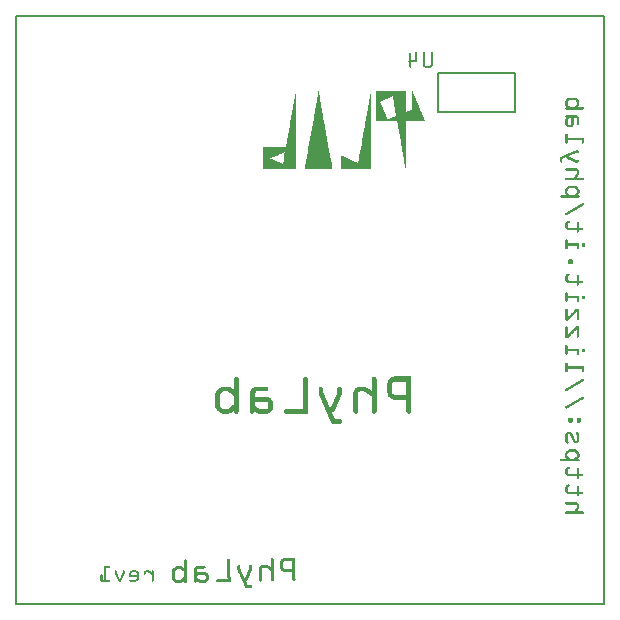
<source format=gbo>
G04 MADE WITH FRITZING*
G04 WWW.FRITZING.ORG*
G04 DOUBLE SIDED*
G04 HOLES PLATED*
G04 CONTOUR ON CENTER OF CONTOUR VECTOR*
%ASAXBY*%
%FSLAX23Y23*%
%MOIN*%
%OFA0B0*%
%SFA1.0B1.0*%
%ADD10R,1.968500X1.968500X1.952500X1.952500*%
%ADD11C,0.008000*%
%ADD12R,0.001000X0.001000*%
%LNSILK0*%
G90*
G70*
G54D11*
X4Y1965D02*
X1965Y1965D01*
X1965Y4D01*
X4Y4D01*
X4Y1965D01*
D02*
X1410Y1775D02*
X1410Y1645D01*
D02*
X1410Y1645D02*
X1668Y1645D01*
D02*
X1668Y1645D02*
X1668Y1775D01*
D02*
X1668Y1775D02*
X1410Y1775D01*
G36*
X1326Y1715D02*
X1326Y1713D01*
X1327Y1713D01*
X1327Y1711D01*
X1327Y1711D01*
X1327Y1710D01*
X1328Y1710D01*
X1328Y1708D01*
X1329Y1708D01*
X1329Y1706D01*
X1329Y1706D01*
X1329Y1705D01*
X1330Y1705D01*
X1330Y1703D01*
X1331Y1703D01*
X1331Y1702D01*
X1331Y1702D01*
X1331Y1700D01*
X1332Y1700D01*
X1332Y1698D01*
X1333Y1698D01*
X1333Y1697D01*
X1333Y1697D01*
X1333Y1695D01*
X1334Y1695D01*
X1334Y1694D01*
X1335Y1694D01*
X1335Y1692D01*
X1335Y1692D01*
X1335Y1690D01*
X1336Y1690D01*
X1336Y1689D01*
X1337Y1689D01*
X1337Y1688D01*
X1338Y1688D01*
X1338Y1686D01*
X1338Y1686D01*
X1338Y1684D01*
X1339Y1684D01*
X1339Y1682D01*
X1340Y1682D01*
X1340Y1681D01*
X1340Y1681D01*
X1340Y1679D01*
X1341Y1679D01*
X1341Y1677D01*
X1342Y1677D01*
X1342Y1676D01*
X1342Y1676D01*
X1342Y1675D01*
X1343Y1675D01*
X1343Y1673D01*
X1344Y1673D01*
X1344Y1673D01*
X1344Y1673D01*
X1344Y1671D01*
X1345Y1671D01*
X1345Y1669D01*
X1346Y1669D01*
X1346Y1667D01*
X1346Y1667D01*
X1346Y1665D01*
X1347Y1665D01*
X1347Y1663D01*
X1348Y1663D01*
X1348Y1661D01*
X1348Y1661D01*
X1348Y1660D01*
X1349Y1660D01*
X1349Y1658D01*
X1350Y1658D01*
X1350Y1657D01*
X1350Y1657D01*
X1350Y1655D01*
X1351Y1655D01*
X1351Y1653D01*
X1352Y1653D01*
X1352Y1651D01*
X1352Y1651D01*
X1352Y1649D01*
X1353Y1649D01*
X1353Y1648D01*
X1354Y1648D01*
X1354Y1646D01*
X1354Y1646D01*
X1354Y1645D01*
X1306Y1645D01*
X1306Y1646D01*
X1308Y1646D01*
X1308Y1646D01*
X1310Y1646D01*
X1310Y1647D01*
X1311Y1647D01*
X1311Y1648D01*
X1313Y1648D01*
X1313Y1648D01*
X1315Y1648D01*
X1315Y1649D01*
X1317Y1649D01*
X1317Y1650D01*
X1318Y1650D01*
X1318Y1650D01*
X1321Y1650D01*
X1321Y1651D01*
X1323Y1651D01*
X1323Y1652D01*
X1324Y1652D01*
X1324Y1652D01*
X1325Y1652D01*
X1325Y1653D01*
X1325Y1653D01*
X1325Y1715D01*
X1326Y1715D01*
G37*
D02*
G36*
X1304Y1715D02*
X1304Y1696D01*
X1259Y1696D01*
X1259Y1695D01*
X1257Y1695D01*
X1257Y1694D01*
X1255Y1694D01*
X1255Y1694D01*
X1253Y1694D01*
X1253Y1693D01*
X1252Y1693D01*
X1252Y1692D01*
X1250Y1692D01*
X1250Y1692D01*
X1248Y1692D01*
X1248Y1691D01*
X1247Y1691D01*
X1247Y1690D01*
X1245Y1690D01*
X1245Y1690D01*
X1244Y1690D01*
X1244Y1689D01*
X1242Y1689D01*
X1242Y1688D01*
X1241Y1688D01*
X1241Y1688D01*
X1240Y1688D01*
X1240Y1687D01*
X1237Y1687D01*
X1237Y1686D01*
X1236Y1686D01*
X1236Y1686D01*
X1234Y1686D01*
X1234Y1685D01*
X1232Y1685D01*
X1232Y1684D01*
X1231Y1684D01*
X1231Y1684D01*
X1229Y1684D01*
X1229Y1683D01*
X1228Y1683D01*
X1228Y1682D01*
X1226Y1682D01*
X1226Y1681D01*
X1224Y1681D01*
X1224Y1681D01*
X1223Y1681D01*
X1223Y1680D01*
X1222Y1680D01*
X1222Y1679D01*
X1220Y1679D01*
X1220Y1679D01*
X1219Y1679D01*
X1219Y1677D01*
X1219Y1677D01*
X1219Y1675D01*
X1220Y1675D01*
X1220Y1673D01*
X1221Y1673D01*
X1221Y1672D01*
X1222Y1672D01*
X1222Y1671D01*
X1222Y1671D01*
X1222Y1669D01*
X1223Y1669D01*
X1223Y1667D01*
X1224Y1667D01*
X1224Y1664D01*
X1224Y1664D01*
X1224Y1663D01*
X1225Y1663D01*
X1225Y1661D01*
X1226Y1661D01*
X1226Y1659D01*
X1226Y1659D01*
X1226Y1658D01*
X1227Y1658D01*
X1227Y1657D01*
X1228Y1657D01*
X1228Y1655D01*
X1228Y1655D01*
X1228Y1653D01*
X1229Y1653D01*
X1229Y1652D01*
X1230Y1652D01*
X1230Y1650D01*
X1230Y1650D01*
X1230Y1648D01*
X1231Y1648D01*
X1231Y1647D01*
X1232Y1647D01*
X1232Y1645D01*
X1232Y1645D01*
X1232Y1644D01*
X1233Y1644D01*
X1233Y1642D01*
X1234Y1642D01*
X1234Y1640D01*
X1234Y1640D01*
X1234Y1639D01*
X1235Y1639D01*
X1235Y1637D01*
X1236Y1637D01*
X1236Y1636D01*
X1236Y1636D01*
X1236Y1634D01*
X1237Y1634D01*
X1237Y1632D01*
X1238Y1632D01*
X1238Y1631D01*
X1238Y1631D01*
X1238Y1630D01*
X1239Y1630D01*
X1239Y1629D01*
X1240Y1629D01*
X1240Y1628D01*
X1240Y1628D01*
X1240Y1626D01*
X1241Y1626D01*
X1241Y1624D01*
X1242Y1624D01*
X1242Y1623D01*
X1242Y1623D01*
X1242Y1621D01*
X1243Y1621D01*
X1243Y1619D01*
X1203Y1619D01*
X1203Y1715D01*
X1304Y1715D01*
G37*
D02*
G36*
X1304Y1696D02*
X1304Y1645D01*
X1269Y1645D01*
X1269Y1647D01*
X1268Y1647D01*
X1268Y1651D01*
X1267Y1651D01*
X1267Y1655D01*
X1267Y1655D01*
X1267Y1659D01*
X1266Y1659D01*
X1266Y1662D01*
X1265Y1662D01*
X1265Y1666D01*
X1265Y1666D01*
X1265Y1670D01*
X1264Y1670D01*
X1264Y1673D01*
X1263Y1673D01*
X1263Y1681D01*
X1263Y1681D01*
X1263Y1685D01*
X1262Y1685D01*
X1262Y1689D01*
X1261Y1689D01*
X1261Y1692D01*
X1261Y1692D01*
X1261Y1696D01*
X1304Y1696D01*
G37*
D02*
G36*
X1355Y1645D02*
X1355Y1644D01*
X1269Y1644D01*
X1269Y1645D01*
X1355Y1645D01*
G37*
D02*
G36*
X1355Y1645D02*
X1355Y1644D01*
X1269Y1644D01*
X1269Y1645D01*
X1355Y1645D01*
G37*
D02*
G36*
X1355Y1644D02*
X1355Y1643D01*
X1356Y1643D01*
X1356Y1642D01*
X1356Y1642D01*
X1356Y1640D01*
X1357Y1640D01*
X1357Y1638D01*
X1358Y1638D01*
X1358Y1637D01*
X1358Y1637D01*
X1358Y1635D01*
X1359Y1635D01*
X1359Y1634D01*
X1360Y1634D01*
X1360Y1632D01*
X1360Y1632D01*
X1360Y1630D01*
X1361Y1630D01*
X1361Y1629D01*
X1362Y1629D01*
X1362Y1627D01*
X1362Y1627D01*
X1362Y1626D01*
X1363Y1626D01*
X1363Y1623D01*
X1364Y1623D01*
X1364Y1622D01*
X1364Y1622D01*
X1364Y1620D01*
X1365Y1620D01*
X1365Y1619D01*
X1244Y1619D01*
X1244Y1620D01*
X1246Y1620D01*
X1246Y1621D01*
X1248Y1621D01*
X1248Y1621D01*
X1249Y1621D01*
X1249Y1622D01*
X1251Y1622D01*
X1251Y1623D01*
X1253Y1623D01*
X1253Y1623D01*
X1254Y1623D01*
X1254Y1624D01*
X1256Y1624D01*
X1256Y1625D01*
X1257Y1625D01*
X1257Y1626D01*
X1259Y1626D01*
X1259Y1626D01*
X1261Y1626D01*
X1261Y1627D01*
X1263Y1627D01*
X1263Y1628D01*
X1264Y1628D01*
X1264Y1628D01*
X1265Y1628D01*
X1265Y1629D01*
X1267Y1629D01*
X1267Y1630D01*
X1269Y1630D01*
X1269Y1630D01*
X1271Y1630D01*
X1271Y1631D01*
X1271Y1631D01*
X1271Y1632D01*
X1271Y1632D01*
X1271Y1636D01*
X1270Y1636D01*
X1270Y1640D01*
X1269Y1640D01*
X1269Y1643D01*
X1269Y1643D01*
X1269Y1644D01*
X1355Y1644D01*
G37*
D02*
G36*
X1365Y1619D02*
X1365Y1619D01*
X1203Y1619D01*
X1203Y1619D01*
X1365Y1619D01*
G37*
D02*
G36*
X1365Y1619D02*
X1365Y1619D01*
X1203Y1619D01*
X1203Y1619D01*
X1365Y1619D01*
G37*
D02*
G36*
X1366Y1619D02*
X1366Y1617D01*
X1367Y1617D01*
X1367Y1616D01*
X1367Y1616D01*
X1367Y1614D01*
X1368Y1614D01*
X1368Y1613D01*
X1304Y1613D01*
X1304Y1454D01*
X1303Y1454D01*
X1303Y1456D01*
X1302Y1456D01*
X1302Y1460D01*
X1302Y1460D01*
X1302Y1463D01*
X1301Y1463D01*
X1301Y1464D01*
X1300Y1464D01*
X1300Y1468D01*
X1300Y1468D01*
X1300Y1471D01*
X1299Y1471D01*
X1299Y1475D01*
X1298Y1475D01*
X1298Y1479D01*
X1298Y1479D01*
X1298Y1483D01*
X1297Y1483D01*
X1297Y1487D01*
X1296Y1487D01*
X1296Y1491D01*
X1296Y1491D01*
X1296Y1495D01*
X1295Y1495D01*
X1295Y1499D01*
X1294Y1499D01*
X1294Y1502D01*
X1294Y1502D01*
X1294Y1506D01*
X1293Y1506D01*
X1293Y1510D01*
X1292Y1510D01*
X1292Y1514D01*
X1292Y1514D01*
X1292Y1519D01*
X1291Y1519D01*
X1291Y1522D01*
X1290Y1522D01*
X1290Y1526D01*
X1290Y1526D01*
X1290Y1530D01*
X1289Y1530D01*
X1289Y1534D01*
X1288Y1534D01*
X1288Y1538D01*
X1288Y1538D01*
X1288Y1542D01*
X1287Y1542D01*
X1287Y1545D01*
X1286Y1545D01*
X1286Y1549D01*
X1286Y1549D01*
X1286Y1553D01*
X1285Y1553D01*
X1285Y1557D01*
X1284Y1557D01*
X1284Y1564D01*
X1284Y1564D01*
X1284Y1568D01*
X1283Y1568D01*
X1283Y1572D01*
X1282Y1572D01*
X1282Y1576D01*
X1282Y1576D01*
X1282Y1579D01*
X1281Y1579D01*
X1281Y1583D01*
X1280Y1583D01*
X1280Y1587D01*
X1279Y1587D01*
X1279Y1590D01*
X1278Y1590D01*
X1278Y1594D01*
X1277Y1594D01*
X1277Y1598D01*
X1277Y1598D01*
X1277Y1602D01*
X1276Y1602D01*
X1276Y1606D01*
X1275Y1606D01*
X1275Y1609D01*
X1275Y1609D01*
X1275Y1613D01*
X1203Y1613D01*
X1203Y1619D01*
X1366Y1619D01*
G37*
D02*
G36*
X1188Y1713D02*
X1188Y1474D01*
X1145Y1474D01*
X1145Y1475D01*
X1145Y1475D01*
X1145Y1480D01*
X1146Y1480D01*
X1146Y1483D01*
X1147Y1483D01*
X1147Y1487D01*
X1147Y1487D01*
X1147Y1491D01*
X1148Y1491D01*
X1148Y1496D01*
X1149Y1496D01*
X1149Y1499D01*
X1149Y1499D01*
X1149Y1503D01*
X1150Y1503D01*
X1150Y1507D01*
X1151Y1507D01*
X1151Y1511D01*
X1151Y1511D01*
X1151Y1514D01*
X1152Y1514D01*
X1152Y1518D01*
X1153Y1518D01*
X1153Y1521D01*
X1153Y1521D01*
X1153Y1525D01*
X1154Y1525D01*
X1154Y1529D01*
X1155Y1529D01*
X1155Y1530D01*
X1155Y1530D01*
X1155Y1532D01*
X1156Y1532D01*
X1156Y1536D01*
X1157Y1536D01*
X1157Y1541D01*
X1157Y1541D01*
X1157Y1545D01*
X1158Y1545D01*
X1158Y1549D01*
X1159Y1549D01*
X1159Y1553D01*
X1159Y1553D01*
X1159Y1557D01*
X1160Y1557D01*
X1160Y1560D01*
X1161Y1560D01*
X1161Y1564D01*
X1161Y1564D01*
X1161Y1572D01*
X1162Y1572D01*
X1162Y1576D01*
X1163Y1576D01*
X1163Y1580D01*
X1164Y1580D01*
X1164Y1583D01*
X1164Y1583D01*
X1164Y1587D01*
X1165Y1587D01*
X1165Y1590D01*
X1166Y1590D01*
X1166Y1594D01*
X1166Y1594D01*
X1166Y1598D01*
X1167Y1598D01*
X1167Y1602D01*
X1168Y1602D01*
X1168Y1606D01*
X1168Y1606D01*
X1168Y1609D01*
X1169Y1609D01*
X1169Y1613D01*
X1170Y1613D01*
X1170Y1617D01*
X1170Y1617D01*
X1170Y1621D01*
X1171Y1621D01*
X1171Y1625D01*
X1172Y1625D01*
X1172Y1628D01*
X1172Y1628D01*
X1172Y1632D01*
X1173Y1632D01*
X1173Y1636D01*
X1174Y1636D01*
X1174Y1640D01*
X1174Y1640D01*
X1174Y1643D01*
X1175Y1643D01*
X1175Y1647D01*
X1176Y1647D01*
X1176Y1650D01*
X1177Y1650D01*
X1177Y1655D01*
X1178Y1655D01*
X1178Y1659D01*
X1178Y1659D01*
X1178Y1662D01*
X1179Y1662D01*
X1179Y1666D01*
X1180Y1666D01*
X1180Y1670D01*
X1180Y1670D01*
X1180Y1673D01*
X1181Y1673D01*
X1181Y1677D01*
X1182Y1677D01*
X1182Y1681D01*
X1182Y1681D01*
X1182Y1685D01*
X1182Y1685D01*
X1182Y1686D01*
X1182Y1686D01*
X1182Y1689D01*
X1183Y1689D01*
X1183Y1693D01*
X1184Y1693D01*
X1184Y1697D01*
X1184Y1697D01*
X1184Y1700D01*
X1185Y1700D01*
X1185Y1704D01*
X1186Y1704D01*
X1186Y1708D01*
X1186Y1708D01*
X1186Y1713D01*
X1187Y1713D01*
X1187Y1713D01*
X1188Y1713D01*
G37*
D02*
G36*
X1088Y1500D02*
X1088Y1499D01*
X1089Y1499D01*
X1089Y1499D01*
X1091Y1499D01*
X1091Y1498D01*
X1093Y1498D01*
X1093Y1497D01*
X1095Y1497D01*
X1095Y1497D01*
X1096Y1497D01*
X1096Y1496D01*
X1097Y1496D01*
X1097Y1495D01*
X1099Y1495D01*
X1099Y1495D01*
X1100Y1495D01*
X1100Y1494D01*
X1101Y1494D01*
X1101Y1493D01*
X1103Y1493D01*
X1103Y1493D01*
X1104Y1493D01*
X1104Y1492D01*
X1106Y1492D01*
X1106Y1491D01*
X1107Y1491D01*
X1107Y1491D01*
X1108Y1491D01*
X1108Y1490D01*
X1110Y1490D01*
X1110Y1489D01*
X1111Y1489D01*
X1111Y1489D01*
X1113Y1489D01*
X1113Y1488D01*
X1115Y1488D01*
X1115Y1487D01*
X1116Y1487D01*
X1116Y1487D01*
X1118Y1487D01*
X1118Y1486D01*
X1119Y1486D01*
X1119Y1485D01*
X1120Y1485D01*
X1120Y1485D01*
X1122Y1485D01*
X1122Y1484D01*
X1122Y1484D01*
X1122Y1483D01*
X1124Y1483D01*
X1124Y1483D01*
X1125Y1483D01*
X1125Y1482D01*
X1127Y1482D01*
X1127Y1481D01*
X1128Y1481D01*
X1128Y1481D01*
X1130Y1481D01*
X1130Y1480D01*
X1131Y1480D01*
X1131Y1479D01*
X1132Y1479D01*
X1132Y1478D01*
X1135Y1478D01*
X1135Y1478D01*
X1137Y1478D01*
X1137Y1477D01*
X1138Y1477D01*
X1138Y1476D01*
X1139Y1476D01*
X1139Y1476D01*
X1141Y1476D01*
X1141Y1475D01*
X1142Y1475D01*
X1142Y1474D01*
X1143Y1474D01*
X1143Y1474D01*
X1087Y1474D01*
X1087Y1500D01*
X1088Y1500D01*
G37*
D02*
G36*
X1188Y1474D02*
X1188Y1473D01*
X1087Y1473D01*
X1087Y1474D01*
X1188Y1474D01*
G37*
D02*
G36*
X1188Y1474D02*
X1188Y1473D01*
X1087Y1473D01*
X1087Y1474D01*
X1188Y1474D01*
G37*
D02*
G36*
X1188Y1473D02*
X1188Y1453D01*
X1087Y1453D01*
X1087Y1473D01*
X1188Y1473D01*
G37*
D02*
G36*
X1013Y1713D02*
X1013Y1713D01*
X1014Y1713D01*
X1014Y1708D01*
X1014Y1708D01*
X1014Y1704D01*
X1015Y1704D01*
X1015Y1700D01*
X1016Y1700D01*
X1016Y1696D01*
X1017Y1696D01*
X1017Y1692D01*
X1017Y1692D01*
X1017Y1688D01*
X1018Y1688D01*
X1018Y1685D01*
X1019Y1685D01*
X1019Y1681D01*
X1019Y1681D01*
X1019Y1677D01*
X1020Y1677D01*
X1020Y1670D01*
X1021Y1670D01*
X1021Y1667D01*
X1021Y1667D01*
X1021Y1663D01*
X1022Y1663D01*
X1022Y1659D01*
X1023Y1659D01*
X1023Y1655D01*
X1023Y1655D01*
X1023Y1651D01*
X1024Y1651D01*
X1024Y1648D01*
X1025Y1648D01*
X1025Y1643D01*
X1025Y1643D01*
X1025Y1640D01*
X1026Y1640D01*
X1026Y1636D01*
X1027Y1636D01*
X1027Y1632D01*
X1027Y1632D01*
X1027Y1628D01*
X1028Y1628D01*
X1028Y1623D01*
X1029Y1623D01*
X1029Y1619D01*
X1030Y1619D01*
X1030Y1615D01*
X1031Y1615D01*
X1031Y1611D01*
X1031Y1611D01*
X1031Y1608D01*
X1032Y1608D01*
X1032Y1604D01*
X1033Y1604D01*
X1033Y1600D01*
X1033Y1600D01*
X1033Y1597D01*
X1034Y1597D01*
X1034Y1592D01*
X1035Y1592D01*
X1035Y1589D01*
X1035Y1589D01*
X1035Y1585D01*
X1036Y1585D01*
X1036Y1582D01*
X1037Y1582D01*
X1037Y1578D01*
X1037Y1578D01*
X1037Y1574D01*
X1038Y1574D01*
X1038Y1570D01*
X1039Y1570D01*
X1039Y1567D01*
X1039Y1567D01*
X1039Y1563D01*
X1040Y1563D01*
X1040Y1555D01*
X1041Y1555D01*
X1041Y1551D01*
X1041Y1551D01*
X1041Y1548D01*
X1042Y1548D01*
X1042Y1544D01*
X1043Y1544D01*
X1043Y1541D01*
X1043Y1541D01*
X1043Y1536D01*
X1044Y1536D01*
X1044Y1532D01*
X1045Y1532D01*
X1045Y1529D01*
X1045Y1529D01*
X1045Y1525D01*
X1046Y1525D01*
X1046Y1522D01*
X1047Y1522D01*
X1047Y1518D01*
X1048Y1518D01*
X1048Y1514D01*
X1048Y1514D01*
X1048Y1510D01*
X1049Y1510D01*
X1049Y1506D01*
X1050Y1506D01*
X1050Y1503D01*
X1051Y1503D01*
X1051Y1499D01*
X1052Y1499D01*
X1052Y1495D01*
X1052Y1495D01*
X1052Y1491D01*
X1053Y1491D01*
X1053Y1487D01*
X1054Y1487D01*
X1054Y1484D01*
X1054Y1484D01*
X1054Y1480D01*
X1055Y1480D01*
X1055Y1476D01*
X1056Y1476D01*
X1056Y1472D01*
X1056Y1472D01*
X1056Y1468D01*
X1057Y1468D01*
X1057Y1464D01*
X1058Y1464D01*
X1058Y1461D01*
X1058Y1461D01*
X1058Y1457D01*
X1059Y1457D01*
X1059Y1453D01*
X967Y1453D01*
X967Y1454D01*
X967Y1454D01*
X967Y1456D01*
X967Y1456D01*
X967Y1459D01*
X968Y1459D01*
X968Y1462D01*
X969Y1462D01*
X969Y1467D01*
X969Y1467D01*
X969Y1471D01*
X970Y1471D01*
X970Y1474D01*
X971Y1474D01*
X971Y1479D01*
X971Y1479D01*
X971Y1483D01*
X972Y1483D01*
X972Y1486D01*
X973Y1486D01*
X973Y1490D01*
X973Y1490D01*
X973Y1493D01*
X974Y1493D01*
X974Y1497D01*
X975Y1497D01*
X975Y1501D01*
X975Y1501D01*
X975Y1505D01*
X976Y1505D01*
X976Y1509D01*
X977Y1509D01*
X977Y1512D01*
X977Y1512D01*
X977Y1516D01*
X978Y1516D01*
X978Y1520D01*
X979Y1520D01*
X979Y1527D01*
X979Y1527D01*
X979Y1530D01*
X980Y1530D01*
X980Y1534D01*
X981Y1534D01*
X981Y1539D01*
X981Y1539D01*
X981Y1542D01*
X982Y1542D01*
X982Y1546D01*
X983Y1546D01*
X983Y1549D01*
X983Y1549D01*
X983Y1553D01*
X984Y1553D01*
X984Y1557D01*
X985Y1557D01*
X985Y1561D01*
X985Y1561D01*
X985Y1565D01*
X986Y1565D01*
X986Y1569D01*
X987Y1569D01*
X987Y1572D01*
X987Y1572D01*
X987Y1573D01*
X988Y1573D01*
X988Y1576D01*
X989Y1576D01*
X989Y1580D01*
X990Y1580D01*
X990Y1584D01*
X990Y1584D01*
X990Y1587D01*
X991Y1587D01*
X991Y1591D01*
X992Y1591D01*
X992Y1594D01*
X992Y1594D01*
X992Y1599D01*
X993Y1599D01*
X993Y1603D01*
X994Y1603D01*
X994Y1607D01*
X994Y1607D01*
X994Y1610D01*
X995Y1610D01*
X995Y1614D01*
X996Y1614D01*
X996Y1617D01*
X996Y1617D01*
X996Y1621D01*
X997Y1621D01*
X997Y1625D01*
X998Y1625D01*
X998Y1629D01*
X998Y1629D01*
X998Y1633D01*
X999Y1633D01*
X999Y1637D01*
X1000Y1637D01*
X1000Y1644D01*
X1000Y1644D01*
X1000Y1648D01*
X1001Y1648D01*
X1001Y1652D01*
X1002Y1652D01*
X1002Y1655D01*
X1002Y1655D01*
X1002Y1659D01*
X1003Y1659D01*
X1003Y1663D01*
X1004Y1663D01*
X1004Y1666D01*
X1004Y1666D01*
X1004Y1671D01*
X1005Y1671D01*
X1005Y1675D01*
X1006Y1675D01*
X1006Y1679D01*
X1006Y1679D01*
X1006Y1683D01*
X1007Y1683D01*
X1007Y1688D01*
X1008Y1688D01*
X1008Y1689D01*
X1008Y1689D01*
X1008Y1692D01*
X1009Y1692D01*
X1009Y1695D01*
X1010Y1695D01*
X1010Y1699D01*
X1010Y1699D01*
X1010Y1703D01*
X1011Y1703D01*
X1011Y1707D01*
X1012Y1707D01*
X1012Y1710D01*
X1012Y1710D01*
X1012Y1713D01*
X1013Y1713D01*
G37*
D02*
G36*
X938Y1713D02*
X938Y1510D01*
X899Y1510D01*
X899Y1510D01*
X898Y1510D01*
X898Y1509D01*
X896Y1509D01*
X896Y1508D01*
X895Y1508D01*
X895Y1507D01*
X893Y1507D01*
X893Y1507D01*
X892Y1507D01*
X892Y1506D01*
X890Y1506D01*
X890Y1505D01*
X888Y1505D01*
X888Y1505D01*
X887Y1505D01*
X887Y1504D01*
X886Y1504D01*
X886Y1503D01*
X884Y1503D01*
X884Y1503D01*
X882Y1503D01*
X882Y1502D01*
X880Y1502D01*
X880Y1501D01*
X878Y1501D01*
X878Y1501D01*
X878Y1501D01*
X878Y1500D01*
X876Y1500D01*
X876Y1499D01*
X874Y1499D01*
X874Y1499D01*
X872Y1499D01*
X872Y1498D01*
X871Y1498D01*
X871Y1497D01*
X869Y1497D01*
X869Y1497D01*
X867Y1497D01*
X867Y1496D01*
X866Y1496D01*
X866Y1495D01*
X865Y1495D01*
X865Y1495D01*
X863Y1495D01*
X863Y1494D01*
X861Y1494D01*
X861Y1493D01*
X859Y1493D01*
X859Y1493D01*
X857Y1493D01*
X857Y1492D01*
X856Y1492D01*
X856Y1491D01*
X855Y1491D01*
X855Y1491D01*
X853Y1491D01*
X853Y1490D01*
X852Y1490D01*
X852Y1489D01*
X853Y1489D01*
X853Y1489D01*
X854Y1489D01*
X854Y1488D01*
X855Y1488D01*
X855Y1487D01*
X857Y1487D01*
X857Y1487D01*
X858Y1487D01*
X858Y1486D01*
X860Y1486D01*
X860Y1485D01*
X861Y1485D01*
X861Y1485D01*
X863Y1485D01*
X863Y1484D01*
X865Y1484D01*
X865Y1483D01*
X867Y1483D01*
X867Y1483D01*
X868Y1483D01*
X868Y1482D01*
X870Y1482D01*
X870Y1481D01*
X872Y1481D01*
X872Y1481D01*
X874Y1481D01*
X874Y1480D01*
X875Y1480D01*
X875Y1479D01*
X876Y1479D01*
X876Y1478D01*
X878Y1478D01*
X878Y1478D01*
X879Y1478D01*
X879Y1477D01*
X880Y1477D01*
X880Y1476D01*
X882Y1476D01*
X882Y1476D01*
X884Y1476D01*
X884Y1475D01*
X886Y1475D01*
X886Y1474D01*
X888Y1474D01*
X888Y1474D01*
X890Y1474D01*
X890Y1473D01*
X891Y1473D01*
X891Y1472D01*
X892Y1472D01*
X892Y1472D01*
X826Y1472D01*
X826Y1526D01*
X904Y1526D01*
X904Y1529D01*
X905Y1529D01*
X905Y1533D01*
X905Y1533D01*
X905Y1536D01*
X906Y1536D01*
X906Y1541D01*
X907Y1541D01*
X907Y1544D01*
X907Y1544D01*
X907Y1547D01*
X908Y1547D01*
X908Y1551D01*
X909Y1551D01*
X909Y1555D01*
X909Y1555D01*
X909Y1559D01*
X910Y1559D01*
X910Y1563D01*
X911Y1563D01*
X911Y1566D01*
X911Y1566D01*
X911Y1570D01*
X912Y1570D01*
X912Y1574D01*
X913Y1574D01*
X913Y1577D01*
X913Y1577D01*
X913Y1582D01*
X914Y1582D01*
X914Y1584D01*
X915Y1584D01*
X915Y1588D01*
X915Y1588D01*
X915Y1592D01*
X916Y1592D01*
X916Y1596D01*
X917Y1596D01*
X917Y1600D01*
X917Y1600D01*
X917Y1603D01*
X918Y1603D01*
X918Y1611D01*
X919Y1611D01*
X919Y1615D01*
X919Y1615D01*
X919Y1619D01*
X920Y1619D01*
X920Y1623D01*
X921Y1623D01*
X921Y1627D01*
X921Y1627D01*
X921Y1630D01*
X922Y1630D01*
X922Y1634D01*
X923Y1634D01*
X923Y1638D01*
X923Y1638D01*
X923Y1642D01*
X924Y1642D01*
X924Y1646D01*
X925Y1646D01*
X925Y1650D01*
X926Y1650D01*
X926Y1653D01*
X927Y1653D01*
X927Y1657D01*
X927Y1657D01*
X927Y1661D01*
X928Y1661D01*
X928Y1665D01*
X929Y1665D01*
X929Y1668D01*
X929Y1668D01*
X929Y1672D01*
X930Y1672D01*
X930Y1676D01*
X931Y1676D01*
X931Y1679D01*
X932Y1679D01*
X932Y1684D01*
X932Y1684D01*
X932Y1688D01*
X933Y1688D01*
X933Y1692D01*
X934Y1692D01*
X934Y1696D01*
X934Y1696D01*
X934Y1700D01*
X935Y1700D01*
X935Y1704D01*
X936Y1704D01*
X936Y1707D01*
X936Y1707D01*
X936Y1711D01*
X937Y1711D01*
X937Y1713D01*
X938Y1713D01*
G37*
D02*
G36*
X938Y1510D02*
X938Y1472D01*
X894Y1472D01*
X894Y1472D01*
X894Y1472D01*
X894Y1476D01*
X895Y1476D01*
X895Y1479D01*
X896Y1479D01*
X896Y1485D01*
X896Y1485D01*
X896Y1487D01*
X897Y1487D01*
X897Y1495D01*
X898Y1495D01*
X898Y1499D01*
X898Y1499D01*
X898Y1502D01*
X899Y1502D01*
X899Y1506D01*
X900Y1506D01*
X900Y1510D01*
X938Y1510D01*
G37*
D02*
G36*
X938Y1472D02*
X938Y1471D01*
X826Y1471D01*
X826Y1472D01*
X938Y1472D01*
G37*
D02*
G36*
X938Y1472D02*
X938Y1471D01*
X826Y1471D01*
X826Y1472D01*
X938Y1472D01*
G37*
D02*
G36*
X938Y1471D02*
X938Y1453D01*
X826Y1453D01*
X826Y1471D01*
X938Y1471D01*
G37*
D02*
G54D12*
X1337Y1845D02*
X1340Y1845D01*
X1361Y1845D02*
X1364Y1845D01*
X1389Y1845D02*
X1392Y1845D01*
X1336Y1844D02*
X1341Y1844D01*
X1360Y1844D02*
X1365Y1844D01*
X1388Y1844D02*
X1393Y1844D01*
X1336Y1843D02*
X1341Y1843D01*
X1360Y1843D02*
X1366Y1843D01*
X1387Y1843D02*
X1393Y1843D01*
X1335Y1842D02*
X1341Y1842D01*
X1360Y1842D02*
X1366Y1842D01*
X1387Y1842D02*
X1393Y1842D01*
X1335Y1841D02*
X1341Y1841D01*
X1360Y1841D02*
X1366Y1841D01*
X1387Y1841D02*
X1393Y1841D01*
X1335Y1840D02*
X1341Y1840D01*
X1360Y1840D02*
X1366Y1840D01*
X1387Y1840D02*
X1393Y1840D01*
X1316Y1839D02*
X1319Y1839D01*
X1335Y1839D02*
X1341Y1839D01*
X1360Y1839D02*
X1366Y1839D01*
X1387Y1839D02*
X1393Y1839D01*
X1315Y1838D02*
X1320Y1838D01*
X1335Y1838D02*
X1341Y1838D01*
X1360Y1838D02*
X1366Y1838D01*
X1387Y1838D02*
X1393Y1838D01*
X1315Y1837D02*
X1321Y1837D01*
X1335Y1837D02*
X1341Y1837D01*
X1360Y1837D02*
X1366Y1837D01*
X1387Y1837D02*
X1393Y1837D01*
X1315Y1836D02*
X1321Y1836D01*
X1335Y1836D02*
X1341Y1836D01*
X1360Y1836D02*
X1366Y1836D01*
X1387Y1836D02*
X1393Y1836D01*
X1315Y1835D02*
X1321Y1835D01*
X1335Y1835D02*
X1341Y1835D01*
X1360Y1835D02*
X1366Y1835D01*
X1387Y1835D02*
X1393Y1835D01*
X1315Y1834D02*
X1321Y1834D01*
X1335Y1834D02*
X1341Y1834D01*
X1360Y1834D02*
X1366Y1834D01*
X1387Y1834D02*
X1393Y1834D01*
X1315Y1833D02*
X1321Y1833D01*
X1335Y1833D02*
X1341Y1833D01*
X1360Y1833D02*
X1366Y1833D01*
X1387Y1833D02*
X1393Y1833D01*
X1315Y1832D02*
X1321Y1832D01*
X1335Y1832D02*
X1341Y1832D01*
X1360Y1832D02*
X1366Y1832D01*
X1387Y1832D02*
X1393Y1832D01*
X1315Y1831D02*
X1321Y1831D01*
X1335Y1831D02*
X1341Y1831D01*
X1360Y1831D02*
X1366Y1831D01*
X1387Y1831D02*
X1393Y1831D01*
X1315Y1830D02*
X1321Y1830D01*
X1335Y1830D02*
X1341Y1830D01*
X1360Y1830D02*
X1366Y1830D01*
X1387Y1830D02*
X1393Y1830D01*
X1315Y1829D02*
X1321Y1829D01*
X1335Y1829D02*
X1341Y1829D01*
X1360Y1829D02*
X1366Y1829D01*
X1387Y1829D02*
X1393Y1829D01*
X1315Y1828D02*
X1321Y1828D01*
X1335Y1828D02*
X1341Y1828D01*
X1360Y1828D02*
X1366Y1828D01*
X1387Y1828D02*
X1393Y1828D01*
X1315Y1827D02*
X1321Y1827D01*
X1335Y1827D02*
X1341Y1827D01*
X1360Y1827D02*
X1366Y1827D01*
X1387Y1827D02*
X1393Y1827D01*
X1315Y1826D02*
X1321Y1826D01*
X1335Y1826D02*
X1341Y1826D01*
X1360Y1826D02*
X1366Y1826D01*
X1387Y1826D02*
X1393Y1826D01*
X1315Y1825D02*
X1321Y1825D01*
X1335Y1825D02*
X1341Y1825D01*
X1360Y1825D02*
X1366Y1825D01*
X1387Y1825D02*
X1393Y1825D01*
X1315Y1824D02*
X1321Y1824D01*
X1335Y1824D02*
X1341Y1824D01*
X1360Y1824D02*
X1366Y1824D01*
X1387Y1824D02*
X1393Y1824D01*
X1315Y1823D02*
X1321Y1823D01*
X1335Y1823D02*
X1341Y1823D01*
X1360Y1823D02*
X1366Y1823D01*
X1387Y1823D02*
X1393Y1823D01*
X1315Y1822D02*
X1321Y1822D01*
X1335Y1822D02*
X1341Y1822D01*
X1360Y1822D02*
X1366Y1822D01*
X1387Y1822D02*
X1393Y1822D01*
X1315Y1821D02*
X1321Y1821D01*
X1335Y1821D02*
X1341Y1821D01*
X1360Y1821D02*
X1366Y1821D01*
X1387Y1821D02*
X1393Y1821D01*
X1315Y1820D02*
X1321Y1820D01*
X1335Y1820D02*
X1341Y1820D01*
X1360Y1820D02*
X1366Y1820D01*
X1387Y1820D02*
X1393Y1820D01*
X1315Y1819D02*
X1321Y1819D01*
X1335Y1819D02*
X1341Y1819D01*
X1360Y1819D02*
X1366Y1819D01*
X1387Y1819D02*
X1393Y1819D01*
X1315Y1818D02*
X1321Y1818D01*
X1335Y1818D02*
X1341Y1818D01*
X1360Y1818D02*
X1366Y1818D01*
X1387Y1818D02*
X1393Y1818D01*
X1315Y1817D02*
X1321Y1817D01*
X1335Y1817D02*
X1341Y1817D01*
X1360Y1817D02*
X1366Y1817D01*
X1387Y1817D02*
X1393Y1817D01*
X1313Y1816D02*
X1341Y1816D01*
X1360Y1816D02*
X1366Y1816D01*
X1387Y1816D02*
X1393Y1816D01*
X1312Y1815D02*
X1341Y1815D01*
X1360Y1815D02*
X1366Y1815D01*
X1387Y1815D02*
X1393Y1815D01*
X1311Y1814D02*
X1341Y1814D01*
X1360Y1814D02*
X1366Y1814D01*
X1387Y1814D02*
X1393Y1814D01*
X1311Y1813D02*
X1341Y1813D01*
X1360Y1813D02*
X1366Y1813D01*
X1387Y1813D02*
X1393Y1813D01*
X1311Y1812D02*
X1341Y1812D01*
X1360Y1812D02*
X1366Y1812D01*
X1387Y1812D02*
X1393Y1812D01*
X1312Y1811D02*
X1341Y1811D01*
X1360Y1811D02*
X1366Y1811D01*
X1387Y1811D02*
X1393Y1811D01*
X1313Y1810D02*
X1341Y1810D01*
X1360Y1810D02*
X1366Y1810D01*
X1387Y1810D02*
X1393Y1810D01*
X1315Y1809D02*
X1321Y1809D01*
X1360Y1809D02*
X1366Y1809D01*
X1387Y1809D02*
X1393Y1809D01*
X1315Y1808D02*
X1321Y1808D01*
X1360Y1808D02*
X1366Y1808D01*
X1387Y1808D02*
X1393Y1808D01*
X1315Y1807D02*
X1321Y1807D01*
X1360Y1807D02*
X1366Y1807D01*
X1387Y1807D02*
X1393Y1807D01*
X1315Y1806D02*
X1321Y1806D01*
X1360Y1806D02*
X1366Y1806D01*
X1387Y1806D02*
X1393Y1806D01*
X1315Y1805D02*
X1321Y1805D01*
X1360Y1805D02*
X1366Y1805D01*
X1387Y1805D02*
X1393Y1805D01*
X1315Y1804D02*
X1321Y1804D01*
X1360Y1804D02*
X1366Y1804D01*
X1387Y1804D02*
X1393Y1804D01*
X1315Y1803D02*
X1321Y1803D01*
X1360Y1803D02*
X1366Y1803D01*
X1387Y1803D02*
X1393Y1803D01*
X1315Y1802D02*
X1321Y1802D01*
X1360Y1802D02*
X1366Y1802D01*
X1387Y1802D02*
X1393Y1802D01*
X1315Y1801D02*
X1321Y1801D01*
X1360Y1801D02*
X1366Y1801D01*
X1387Y1801D02*
X1393Y1801D01*
X1315Y1800D02*
X1321Y1800D01*
X1360Y1800D02*
X1366Y1800D01*
X1386Y1800D02*
X1393Y1800D01*
X1315Y1799D02*
X1321Y1799D01*
X1360Y1799D02*
X1368Y1799D01*
X1385Y1799D02*
X1393Y1799D01*
X1315Y1798D02*
X1321Y1798D01*
X1360Y1798D02*
X1392Y1798D01*
X1315Y1797D02*
X1321Y1797D01*
X1361Y1797D02*
X1392Y1797D01*
X1315Y1796D02*
X1321Y1796D01*
X1362Y1796D02*
X1391Y1796D01*
X1315Y1795D02*
X1321Y1795D01*
X1362Y1795D02*
X1390Y1795D01*
X1315Y1794D02*
X1320Y1794D01*
X1364Y1794D02*
X1389Y1794D01*
X1315Y1793D02*
X1320Y1793D01*
X1365Y1793D02*
X1388Y1793D01*
X1317Y1792D02*
X1319Y1792D01*
X1367Y1792D02*
X1386Y1792D01*
X1845Y1691D02*
X1870Y1691D01*
X1844Y1690D02*
X1872Y1690D01*
X1842Y1689D02*
X1874Y1689D01*
X1841Y1688D02*
X1875Y1688D01*
X1840Y1687D02*
X1876Y1687D01*
X1839Y1686D02*
X1876Y1686D01*
X1838Y1685D02*
X1877Y1685D01*
X1838Y1684D02*
X1878Y1684D01*
X1837Y1683D02*
X1847Y1683D01*
X1869Y1683D02*
X1879Y1683D01*
X1837Y1682D02*
X1846Y1682D01*
X1870Y1682D02*
X1879Y1682D01*
X1836Y1681D02*
X1845Y1681D01*
X1871Y1681D02*
X1880Y1681D01*
X1836Y1680D02*
X1844Y1680D01*
X1872Y1680D02*
X1880Y1680D01*
X1836Y1679D02*
X1843Y1679D01*
X1872Y1679D02*
X1880Y1679D01*
X1835Y1678D02*
X1843Y1678D01*
X1873Y1678D02*
X1880Y1678D01*
X1835Y1677D02*
X1843Y1677D01*
X1873Y1677D02*
X1880Y1677D01*
X1835Y1676D02*
X1843Y1676D01*
X1873Y1676D02*
X1880Y1676D01*
X1835Y1675D02*
X1843Y1675D01*
X1873Y1675D02*
X1880Y1675D01*
X1835Y1674D02*
X1843Y1674D01*
X1873Y1674D02*
X1880Y1674D01*
X1835Y1673D02*
X1843Y1673D01*
X1873Y1673D02*
X1880Y1673D01*
X1835Y1672D02*
X1843Y1672D01*
X1873Y1672D02*
X1880Y1672D01*
X1835Y1671D02*
X1843Y1671D01*
X1873Y1671D02*
X1880Y1671D01*
X1835Y1670D02*
X1843Y1670D01*
X1873Y1670D02*
X1880Y1670D01*
X1835Y1669D02*
X1843Y1669D01*
X1873Y1669D02*
X1880Y1669D01*
X1836Y1668D02*
X1844Y1668D01*
X1872Y1668D02*
X1880Y1668D01*
X1836Y1667D02*
X1844Y1667D01*
X1871Y1667D02*
X1880Y1667D01*
X1836Y1666D02*
X1845Y1666D01*
X1870Y1666D02*
X1879Y1666D01*
X1837Y1665D02*
X1846Y1665D01*
X1869Y1665D02*
X1879Y1665D01*
X1837Y1664D02*
X1847Y1664D01*
X1869Y1664D02*
X1878Y1664D01*
X1838Y1663D02*
X1848Y1663D01*
X1868Y1663D02*
X1878Y1663D01*
X1839Y1662D02*
X1849Y1662D01*
X1867Y1662D02*
X1877Y1662D01*
X1840Y1661D02*
X1850Y1661D01*
X1866Y1661D02*
X1876Y1661D01*
X1840Y1660D02*
X1852Y1660D01*
X1864Y1660D02*
X1876Y1660D01*
X1837Y1659D02*
X1896Y1659D01*
X1836Y1658D02*
X1897Y1658D01*
X1836Y1657D02*
X1897Y1657D01*
X1835Y1656D02*
X1897Y1656D01*
X1835Y1655D02*
X1897Y1655D01*
X1836Y1654D02*
X1897Y1654D01*
X1836Y1653D02*
X1896Y1653D01*
X1838Y1652D02*
X1895Y1652D01*
X1837Y1632D02*
X1873Y1632D01*
X1836Y1631D02*
X1875Y1631D01*
X1836Y1630D02*
X1876Y1630D01*
X1835Y1629D02*
X1877Y1629D01*
X1836Y1628D02*
X1878Y1628D01*
X1836Y1627D02*
X1879Y1627D01*
X1837Y1626D02*
X1879Y1626D01*
X1839Y1625D02*
X1880Y1625D01*
X1839Y1624D02*
X1847Y1624D01*
X1854Y1624D02*
X1863Y1624D01*
X1870Y1624D02*
X1880Y1624D01*
X1838Y1623D02*
X1847Y1623D01*
X1855Y1623D02*
X1863Y1623D01*
X1872Y1623D02*
X1880Y1623D01*
X1838Y1622D02*
X1846Y1622D01*
X1856Y1622D02*
X1863Y1622D01*
X1873Y1622D02*
X1880Y1622D01*
X1837Y1621D02*
X1845Y1621D01*
X1856Y1621D02*
X1863Y1621D01*
X1873Y1621D02*
X1880Y1621D01*
X1836Y1620D02*
X1845Y1620D01*
X1856Y1620D02*
X1863Y1620D01*
X1873Y1620D02*
X1880Y1620D01*
X1836Y1619D02*
X1844Y1619D01*
X1856Y1619D02*
X1863Y1619D01*
X1873Y1619D02*
X1880Y1619D01*
X1835Y1618D02*
X1844Y1618D01*
X1856Y1618D02*
X1863Y1618D01*
X1873Y1618D02*
X1880Y1618D01*
X1835Y1617D02*
X1843Y1617D01*
X1856Y1617D02*
X1863Y1617D01*
X1873Y1617D02*
X1880Y1617D01*
X1835Y1616D02*
X1843Y1616D01*
X1856Y1616D02*
X1863Y1616D01*
X1873Y1616D02*
X1880Y1616D01*
X1835Y1615D02*
X1843Y1615D01*
X1856Y1615D02*
X1863Y1615D01*
X1873Y1615D02*
X1880Y1615D01*
X1835Y1614D02*
X1843Y1614D01*
X1856Y1614D02*
X1863Y1614D01*
X1873Y1614D02*
X1880Y1614D01*
X1835Y1613D02*
X1843Y1613D01*
X1856Y1613D02*
X1863Y1613D01*
X1873Y1613D02*
X1880Y1613D01*
X1835Y1612D02*
X1843Y1612D01*
X1856Y1612D02*
X1863Y1612D01*
X1873Y1612D02*
X1880Y1612D01*
X1835Y1611D02*
X1843Y1611D01*
X1856Y1611D02*
X1863Y1611D01*
X1873Y1611D02*
X1880Y1611D01*
X1835Y1610D02*
X1843Y1610D01*
X1856Y1610D02*
X1863Y1610D01*
X1873Y1610D02*
X1880Y1610D01*
X1835Y1609D02*
X1843Y1609D01*
X1856Y1609D02*
X1863Y1609D01*
X1873Y1609D02*
X1880Y1609D01*
X1835Y1608D02*
X1843Y1608D01*
X1856Y1608D02*
X1863Y1608D01*
X1873Y1608D02*
X1880Y1608D01*
X1835Y1607D02*
X1843Y1607D01*
X1856Y1607D02*
X1863Y1607D01*
X1873Y1607D02*
X1880Y1607D01*
X1835Y1606D02*
X1843Y1606D01*
X1856Y1606D02*
X1863Y1606D01*
X1873Y1606D02*
X1880Y1606D01*
X1835Y1605D02*
X1843Y1605D01*
X1856Y1605D02*
X1863Y1605D01*
X1873Y1605D02*
X1880Y1605D01*
X1835Y1604D02*
X1843Y1604D01*
X1856Y1604D02*
X1863Y1604D01*
X1873Y1604D02*
X1880Y1604D01*
X1836Y1603D02*
X1843Y1603D01*
X1855Y1603D02*
X1863Y1603D01*
X1874Y1603D02*
X1880Y1603D01*
X1836Y1602D02*
X1844Y1602D01*
X1854Y1602D02*
X1863Y1602D01*
X1875Y1602D02*
X1879Y1602D01*
X1836Y1601D02*
X1862Y1601D01*
X1836Y1600D02*
X1862Y1600D01*
X1837Y1599D02*
X1861Y1599D01*
X1838Y1598D02*
X1861Y1598D01*
X1839Y1597D02*
X1860Y1597D01*
X1840Y1596D02*
X1859Y1596D01*
X1841Y1595D02*
X1858Y1595D01*
X1843Y1594D02*
X1856Y1594D01*
X1848Y1593D02*
X1851Y1593D01*
X1837Y1570D02*
X1841Y1570D01*
X1836Y1569D02*
X1842Y1569D01*
X1836Y1568D02*
X1842Y1568D01*
X1835Y1567D02*
X1842Y1567D01*
X1835Y1566D02*
X1843Y1566D01*
X1835Y1565D02*
X1843Y1565D01*
X1835Y1564D02*
X1843Y1564D01*
X1835Y1563D02*
X1843Y1563D01*
X1835Y1562D02*
X1843Y1562D01*
X1835Y1561D02*
X1843Y1561D01*
X1835Y1560D02*
X1843Y1560D01*
X1835Y1559D02*
X1843Y1559D01*
X1835Y1558D02*
X1896Y1558D01*
X1835Y1557D02*
X1897Y1557D01*
X1835Y1556D02*
X1897Y1556D01*
X1835Y1555D02*
X1897Y1555D01*
X1835Y1554D02*
X1898Y1554D01*
X1835Y1553D02*
X1898Y1553D01*
X1835Y1552D02*
X1898Y1552D01*
X1835Y1551D02*
X1898Y1551D01*
X1835Y1550D02*
X1843Y1550D01*
X1890Y1550D02*
X1898Y1550D01*
X1835Y1549D02*
X1843Y1549D01*
X1890Y1549D02*
X1898Y1549D01*
X1835Y1548D02*
X1843Y1548D01*
X1890Y1548D02*
X1898Y1548D01*
X1835Y1547D02*
X1843Y1547D01*
X1890Y1547D02*
X1898Y1547D01*
X1835Y1546D02*
X1843Y1546D01*
X1890Y1546D02*
X1898Y1546D01*
X1835Y1545D02*
X1843Y1545D01*
X1890Y1545D02*
X1898Y1545D01*
X1835Y1544D02*
X1843Y1544D01*
X1890Y1544D02*
X1898Y1544D01*
X1835Y1543D02*
X1842Y1543D01*
X1890Y1543D02*
X1898Y1543D01*
X1835Y1542D02*
X1842Y1542D01*
X1890Y1542D02*
X1897Y1542D01*
X1836Y1541D02*
X1842Y1541D01*
X1891Y1541D02*
X1897Y1541D01*
X1836Y1540D02*
X1842Y1540D01*
X1891Y1540D02*
X1897Y1540D01*
X1837Y1539D02*
X1840Y1539D01*
X1892Y1539D02*
X1895Y1539D01*
X1870Y1516D02*
X1877Y1516D01*
X1867Y1515D02*
X1879Y1515D01*
X1865Y1514D02*
X1880Y1514D01*
X1862Y1513D02*
X1880Y1513D01*
X1860Y1512D02*
X1880Y1512D01*
X1858Y1511D02*
X1880Y1511D01*
X1856Y1510D02*
X1880Y1510D01*
X1853Y1509D02*
X1879Y1509D01*
X1851Y1508D02*
X1877Y1508D01*
X1849Y1507D02*
X1868Y1507D01*
X1846Y1506D02*
X1866Y1506D01*
X1844Y1505D02*
X1864Y1505D01*
X1842Y1504D02*
X1861Y1504D01*
X1840Y1503D02*
X1859Y1503D01*
X1837Y1502D02*
X1857Y1502D01*
X1835Y1501D02*
X1855Y1501D01*
X1833Y1500D02*
X1852Y1500D01*
X1830Y1499D02*
X1850Y1499D01*
X1828Y1498D02*
X1848Y1498D01*
X1826Y1497D02*
X1846Y1497D01*
X1824Y1496D02*
X1846Y1496D01*
X1821Y1495D02*
X1846Y1495D01*
X1820Y1494D02*
X1847Y1494D01*
X1819Y1493D02*
X1836Y1493D01*
X1839Y1493D02*
X1850Y1493D01*
X1818Y1492D02*
X1834Y1492D01*
X1839Y1492D02*
X1852Y1492D01*
X1818Y1491D02*
X1832Y1491D01*
X1839Y1491D02*
X1854Y1491D01*
X1818Y1490D02*
X1829Y1490D01*
X1839Y1490D02*
X1856Y1490D01*
X1818Y1489D02*
X1827Y1489D01*
X1840Y1489D02*
X1859Y1489D01*
X1818Y1488D02*
X1825Y1488D01*
X1842Y1488D02*
X1861Y1488D01*
X1818Y1487D02*
X1825Y1487D01*
X1844Y1487D02*
X1863Y1487D01*
X1818Y1486D02*
X1825Y1486D01*
X1846Y1486D02*
X1866Y1486D01*
X1818Y1485D02*
X1825Y1485D01*
X1849Y1485D02*
X1868Y1485D01*
X1818Y1484D02*
X1825Y1484D01*
X1851Y1484D02*
X1876Y1484D01*
X1818Y1483D02*
X1825Y1483D01*
X1853Y1483D02*
X1879Y1483D01*
X1818Y1482D02*
X1825Y1482D01*
X1855Y1482D02*
X1880Y1482D01*
X1818Y1481D02*
X1825Y1481D01*
X1858Y1481D02*
X1880Y1481D01*
X1818Y1480D02*
X1825Y1480D01*
X1860Y1480D02*
X1880Y1480D01*
X1818Y1479D02*
X1825Y1479D01*
X1862Y1479D02*
X1880Y1479D01*
X1819Y1478D02*
X1825Y1478D01*
X1864Y1478D02*
X1880Y1478D01*
X1819Y1477D02*
X1824Y1477D01*
X1867Y1477D02*
X1879Y1477D01*
X1821Y1476D02*
X1822Y1476D01*
X1869Y1476D02*
X1877Y1476D01*
X1837Y1456D02*
X1873Y1456D01*
X1836Y1455D02*
X1875Y1455D01*
X1836Y1454D02*
X1876Y1454D01*
X1835Y1453D02*
X1877Y1453D01*
X1835Y1452D02*
X1878Y1452D01*
X1836Y1451D02*
X1879Y1451D01*
X1837Y1450D02*
X1879Y1450D01*
X1838Y1449D02*
X1880Y1449D01*
X1871Y1448D02*
X1880Y1448D01*
X1872Y1447D02*
X1880Y1447D01*
X1873Y1446D02*
X1880Y1446D01*
X1873Y1445D02*
X1880Y1445D01*
X1873Y1444D02*
X1880Y1444D01*
X1873Y1443D02*
X1880Y1443D01*
X1873Y1442D02*
X1880Y1442D01*
X1873Y1441D02*
X1880Y1441D01*
X1873Y1440D02*
X1880Y1440D01*
X1873Y1439D02*
X1880Y1439D01*
X1873Y1438D02*
X1880Y1438D01*
X1872Y1437D02*
X1880Y1437D01*
X1871Y1436D02*
X1880Y1436D01*
X1871Y1435D02*
X1879Y1435D01*
X1870Y1434D02*
X1879Y1434D01*
X1870Y1433D02*
X1878Y1433D01*
X1869Y1432D02*
X1878Y1432D01*
X1868Y1431D02*
X1877Y1431D01*
X1868Y1430D02*
X1876Y1430D01*
X1867Y1429D02*
X1876Y1429D01*
X1866Y1428D02*
X1875Y1428D01*
X1866Y1427D02*
X1874Y1427D01*
X1865Y1426D02*
X1874Y1426D01*
X1838Y1425D02*
X1895Y1425D01*
X1836Y1424D02*
X1896Y1424D01*
X1836Y1423D02*
X1897Y1423D01*
X1835Y1422D02*
X1897Y1422D01*
X1835Y1421D02*
X1897Y1421D01*
X1836Y1420D02*
X1897Y1420D01*
X1836Y1419D02*
X1897Y1419D01*
X1837Y1418D02*
X1896Y1418D01*
X1847Y1398D02*
X1869Y1398D01*
X1845Y1397D02*
X1870Y1397D01*
X1844Y1396D02*
X1872Y1396D01*
X1843Y1395D02*
X1873Y1395D01*
X1842Y1394D02*
X1874Y1394D01*
X1841Y1393D02*
X1875Y1393D01*
X1840Y1392D02*
X1876Y1392D01*
X1839Y1391D02*
X1876Y1391D01*
X1839Y1390D02*
X1849Y1390D01*
X1867Y1390D02*
X1877Y1390D01*
X1838Y1389D02*
X1847Y1389D01*
X1868Y1389D02*
X1878Y1389D01*
X1837Y1388D02*
X1847Y1388D01*
X1869Y1388D02*
X1879Y1388D01*
X1836Y1387D02*
X1846Y1387D01*
X1870Y1387D02*
X1880Y1387D01*
X1835Y1386D02*
X1845Y1386D01*
X1871Y1386D02*
X1880Y1386D01*
X1835Y1385D02*
X1844Y1385D01*
X1872Y1385D02*
X1881Y1385D01*
X1834Y1384D02*
X1843Y1384D01*
X1872Y1384D02*
X1881Y1384D01*
X1834Y1383D02*
X1842Y1383D01*
X1873Y1383D02*
X1882Y1383D01*
X1834Y1382D02*
X1842Y1382D01*
X1874Y1382D02*
X1882Y1382D01*
X1834Y1381D02*
X1841Y1381D01*
X1875Y1381D02*
X1882Y1381D01*
X1834Y1380D02*
X1841Y1380D01*
X1875Y1380D02*
X1882Y1380D01*
X1834Y1379D02*
X1841Y1379D01*
X1875Y1379D02*
X1882Y1379D01*
X1834Y1378D02*
X1841Y1378D01*
X1875Y1378D02*
X1882Y1378D01*
X1834Y1377D02*
X1841Y1377D01*
X1875Y1377D02*
X1882Y1377D01*
X1834Y1376D02*
X1841Y1376D01*
X1874Y1376D02*
X1882Y1376D01*
X1834Y1375D02*
X1842Y1375D01*
X1874Y1375D02*
X1882Y1375D01*
X1834Y1374D02*
X1843Y1374D01*
X1873Y1374D02*
X1881Y1374D01*
X1835Y1373D02*
X1844Y1373D01*
X1871Y1373D02*
X1881Y1373D01*
X1835Y1372D02*
X1845Y1372D01*
X1870Y1372D02*
X1880Y1372D01*
X1836Y1371D02*
X1846Y1371D01*
X1869Y1371D02*
X1880Y1371D01*
X1837Y1370D02*
X1847Y1370D01*
X1868Y1370D02*
X1879Y1370D01*
X1837Y1369D02*
X1848Y1369D01*
X1867Y1369D02*
X1878Y1369D01*
X1838Y1368D02*
X1849Y1368D01*
X1866Y1368D02*
X1877Y1368D01*
X1839Y1367D02*
X1851Y1367D01*
X1865Y1367D02*
X1876Y1367D01*
X1820Y1366D02*
X1880Y1366D01*
X1819Y1365D02*
X1881Y1365D01*
X1818Y1364D02*
X1882Y1364D01*
X1818Y1363D02*
X1882Y1363D01*
X1818Y1362D02*
X1882Y1362D01*
X1819Y1361D02*
X1882Y1361D01*
X1819Y1360D02*
X1881Y1360D01*
X1821Y1359D02*
X1880Y1359D01*
X1893Y1340D02*
X1895Y1340D01*
X1891Y1339D02*
X1896Y1339D01*
X1889Y1338D02*
X1897Y1338D01*
X1888Y1337D02*
X1897Y1337D01*
X1886Y1336D02*
X1898Y1336D01*
X1884Y1335D02*
X1897Y1335D01*
X1882Y1334D02*
X1897Y1334D01*
X1881Y1333D02*
X1896Y1333D01*
X1879Y1332D02*
X1894Y1332D01*
X1877Y1331D02*
X1893Y1331D01*
X1876Y1330D02*
X1891Y1330D01*
X1874Y1329D02*
X1889Y1329D01*
X1872Y1328D02*
X1887Y1328D01*
X1870Y1327D02*
X1886Y1327D01*
X1869Y1326D02*
X1884Y1326D01*
X1867Y1325D02*
X1882Y1325D01*
X1865Y1324D02*
X1881Y1324D01*
X1864Y1323D02*
X1879Y1323D01*
X1862Y1322D02*
X1877Y1322D01*
X1860Y1321D02*
X1876Y1321D01*
X1858Y1320D02*
X1874Y1320D01*
X1857Y1319D02*
X1872Y1319D01*
X1855Y1318D02*
X1870Y1318D01*
X1853Y1317D02*
X1869Y1317D01*
X1852Y1316D02*
X1867Y1316D01*
X1850Y1315D02*
X1865Y1315D01*
X1848Y1314D02*
X1864Y1314D01*
X1847Y1313D02*
X1862Y1313D01*
X1845Y1312D02*
X1860Y1312D01*
X1843Y1311D02*
X1858Y1311D01*
X1841Y1310D02*
X1857Y1310D01*
X1840Y1309D02*
X1855Y1309D01*
X1838Y1308D02*
X1853Y1308D01*
X1837Y1307D02*
X1852Y1307D01*
X1836Y1306D02*
X1850Y1306D01*
X1835Y1305D02*
X1848Y1305D01*
X1835Y1304D02*
X1846Y1304D01*
X1836Y1303D02*
X1845Y1303D01*
X1836Y1302D02*
X1843Y1302D01*
X1837Y1301D02*
X1841Y1301D01*
X1843Y1281D02*
X1848Y1281D01*
X1841Y1280D02*
X1849Y1280D01*
X1840Y1279D02*
X1849Y1279D01*
X1839Y1278D02*
X1849Y1278D01*
X1838Y1277D02*
X1849Y1277D01*
X1875Y1277D02*
X1878Y1277D01*
X1837Y1276D02*
X1849Y1276D01*
X1874Y1276D02*
X1879Y1276D01*
X1837Y1275D02*
X1848Y1275D01*
X1873Y1275D02*
X1880Y1275D01*
X1836Y1274D02*
X1847Y1274D01*
X1873Y1274D02*
X1880Y1274D01*
X1836Y1273D02*
X1845Y1273D01*
X1873Y1273D02*
X1880Y1273D01*
X1836Y1272D02*
X1843Y1272D01*
X1873Y1272D02*
X1880Y1272D01*
X1835Y1271D02*
X1843Y1271D01*
X1873Y1271D02*
X1880Y1271D01*
X1835Y1270D02*
X1843Y1270D01*
X1873Y1270D02*
X1880Y1270D01*
X1835Y1269D02*
X1843Y1269D01*
X1873Y1269D02*
X1880Y1269D01*
X1835Y1268D02*
X1843Y1268D01*
X1873Y1268D02*
X1880Y1268D01*
X1835Y1267D02*
X1843Y1267D01*
X1873Y1267D02*
X1880Y1267D01*
X1835Y1266D02*
X1843Y1266D01*
X1873Y1266D02*
X1880Y1266D01*
X1835Y1265D02*
X1843Y1265D01*
X1873Y1265D02*
X1880Y1265D01*
X1835Y1264D02*
X1843Y1264D01*
X1873Y1264D02*
X1880Y1264D01*
X1835Y1263D02*
X1843Y1263D01*
X1873Y1263D02*
X1880Y1263D01*
X1835Y1262D02*
X1843Y1262D01*
X1873Y1262D02*
X1880Y1262D01*
X1835Y1261D02*
X1843Y1261D01*
X1873Y1261D02*
X1880Y1261D01*
X1835Y1260D02*
X1843Y1260D01*
X1873Y1260D02*
X1880Y1260D01*
X1836Y1259D02*
X1844Y1259D01*
X1873Y1259D02*
X1880Y1259D01*
X1836Y1258D02*
X1845Y1258D01*
X1873Y1258D02*
X1880Y1258D01*
X1836Y1257D02*
X1892Y1257D01*
X1837Y1256D02*
X1893Y1256D01*
X1837Y1255D02*
X1894Y1255D01*
X1838Y1254D02*
X1894Y1254D01*
X1839Y1253D02*
X1894Y1253D01*
X1840Y1252D02*
X1894Y1252D01*
X1842Y1251D02*
X1893Y1251D01*
X1844Y1250D02*
X1892Y1250D01*
X1873Y1249D02*
X1880Y1249D01*
X1873Y1248D02*
X1880Y1248D01*
X1873Y1247D02*
X1880Y1247D01*
X1873Y1246D02*
X1880Y1246D01*
X1873Y1245D02*
X1880Y1245D01*
X1873Y1244D02*
X1880Y1244D01*
X1874Y1243D02*
X1879Y1243D01*
X1875Y1242D02*
X1878Y1242D01*
X1839Y1219D02*
X1839Y1219D01*
X1837Y1218D02*
X1841Y1218D01*
X1836Y1217D02*
X1842Y1217D01*
X1836Y1216D02*
X1842Y1216D01*
X1835Y1215D02*
X1842Y1215D01*
X1835Y1214D02*
X1843Y1214D01*
X1835Y1213D02*
X1843Y1213D01*
X1835Y1212D02*
X1843Y1212D01*
X1835Y1211D02*
X1843Y1211D01*
X1835Y1210D02*
X1843Y1210D01*
X1835Y1209D02*
X1843Y1209D01*
X1835Y1208D02*
X1843Y1208D01*
X1835Y1207D02*
X1876Y1207D01*
X1894Y1207D02*
X1897Y1207D01*
X1835Y1206D02*
X1879Y1206D01*
X1892Y1206D02*
X1900Y1206D01*
X1835Y1205D02*
X1880Y1205D01*
X1891Y1205D02*
X1900Y1205D01*
X1835Y1204D02*
X1880Y1204D01*
X1891Y1204D02*
X1901Y1204D01*
X1835Y1203D02*
X1880Y1203D01*
X1890Y1203D02*
X1901Y1203D01*
X1835Y1202D02*
X1880Y1202D01*
X1890Y1202D02*
X1901Y1202D01*
X1835Y1201D02*
X1880Y1201D01*
X1890Y1201D02*
X1901Y1201D01*
X1835Y1200D02*
X1880Y1200D01*
X1890Y1200D02*
X1901Y1200D01*
X1835Y1199D02*
X1880Y1199D01*
X1890Y1199D02*
X1901Y1199D01*
X1835Y1198D02*
X1843Y1198D01*
X1873Y1198D02*
X1880Y1198D01*
X1891Y1198D02*
X1901Y1198D01*
X1835Y1197D02*
X1843Y1197D01*
X1873Y1197D02*
X1880Y1197D01*
X1891Y1197D02*
X1900Y1197D01*
X1835Y1196D02*
X1843Y1196D01*
X1873Y1196D02*
X1880Y1196D01*
X1892Y1196D02*
X1900Y1196D01*
X1835Y1195D02*
X1843Y1195D01*
X1873Y1195D02*
X1880Y1195D01*
X1894Y1195D02*
X1898Y1195D01*
X1835Y1194D02*
X1843Y1194D01*
X1873Y1194D02*
X1880Y1194D01*
X1835Y1193D02*
X1843Y1193D01*
X1873Y1193D02*
X1880Y1193D01*
X1835Y1192D02*
X1843Y1192D01*
X1873Y1192D02*
X1880Y1192D01*
X1835Y1191D02*
X1842Y1191D01*
X1873Y1191D02*
X1880Y1191D01*
X1835Y1190D02*
X1842Y1190D01*
X1873Y1190D02*
X1880Y1190D01*
X1836Y1189D02*
X1842Y1189D01*
X1874Y1189D02*
X1880Y1189D01*
X1837Y1188D02*
X1841Y1188D01*
X1874Y1188D02*
X1879Y1188D01*
X1838Y1187D02*
X1839Y1187D01*
X1876Y1187D02*
X1877Y1187D01*
X1848Y1152D02*
X1857Y1152D01*
X1847Y1151D02*
X1859Y1151D01*
X1846Y1150D02*
X1859Y1150D01*
X1846Y1149D02*
X1860Y1149D01*
X1846Y1148D02*
X1860Y1148D01*
X1846Y1147D02*
X1860Y1147D01*
X1846Y1146D02*
X1860Y1146D01*
X1846Y1145D02*
X1860Y1145D01*
X1846Y1144D02*
X1860Y1144D01*
X1846Y1143D02*
X1860Y1143D01*
X1846Y1142D02*
X1860Y1142D01*
X1846Y1141D02*
X1860Y1141D01*
X1846Y1140D02*
X1860Y1140D01*
X1846Y1139D02*
X1859Y1139D01*
X1846Y1138D02*
X1859Y1138D01*
X1847Y1137D02*
X1858Y1137D01*
X1843Y1105D02*
X1848Y1105D01*
X1841Y1104D02*
X1849Y1104D01*
X1840Y1103D02*
X1849Y1103D01*
X1839Y1102D02*
X1849Y1102D01*
X1838Y1101D02*
X1849Y1101D01*
X1875Y1101D02*
X1879Y1101D01*
X1837Y1100D02*
X1849Y1100D01*
X1874Y1100D02*
X1880Y1100D01*
X1837Y1099D02*
X1848Y1099D01*
X1873Y1099D02*
X1880Y1099D01*
X1836Y1098D02*
X1846Y1098D01*
X1873Y1098D02*
X1880Y1098D01*
X1836Y1097D02*
X1844Y1097D01*
X1873Y1097D02*
X1880Y1097D01*
X1836Y1096D02*
X1843Y1096D01*
X1873Y1096D02*
X1880Y1096D01*
X1835Y1095D02*
X1843Y1095D01*
X1873Y1095D02*
X1880Y1095D01*
X1835Y1094D02*
X1843Y1094D01*
X1873Y1094D02*
X1880Y1094D01*
X1835Y1093D02*
X1843Y1093D01*
X1873Y1093D02*
X1880Y1093D01*
X1835Y1092D02*
X1843Y1092D01*
X1873Y1092D02*
X1880Y1092D01*
X1835Y1091D02*
X1843Y1091D01*
X1873Y1091D02*
X1880Y1091D01*
X1835Y1090D02*
X1843Y1090D01*
X1873Y1090D02*
X1880Y1090D01*
X1835Y1089D02*
X1843Y1089D01*
X1873Y1089D02*
X1880Y1089D01*
X1835Y1088D02*
X1843Y1088D01*
X1873Y1088D02*
X1880Y1088D01*
X1835Y1087D02*
X1843Y1087D01*
X1873Y1087D02*
X1880Y1087D01*
X1835Y1086D02*
X1843Y1086D01*
X1873Y1086D02*
X1880Y1086D01*
X1835Y1085D02*
X1843Y1085D01*
X1873Y1085D02*
X1880Y1085D01*
X1835Y1084D02*
X1843Y1084D01*
X1873Y1084D02*
X1880Y1084D01*
X1836Y1083D02*
X1844Y1083D01*
X1873Y1083D02*
X1880Y1083D01*
X1836Y1082D02*
X1846Y1082D01*
X1873Y1082D02*
X1881Y1082D01*
X1836Y1081D02*
X1892Y1081D01*
X1837Y1080D02*
X1893Y1080D01*
X1837Y1079D02*
X1894Y1079D01*
X1838Y1078D02*
X1894Y1078D01*
X1839Y1077D02*
X1894Y1077D01*
X1840Y1076D02*
X1894Y1076D01*
X1842Y1075D02*
X1893Y1075D01*
X1845Y1074D02*
X1892Y1074D01*
X1873Y1073D02*
X1880Y1073D01*
X1873Y1072D02*
X1880Y1072D01*
X1873Y1071D02*
X1880Y1071D01*
X1873Y1070D02*
X1880Y1070D01*
X1873Y1069D02*
X1880Y1069D01*
X1874Y1068D02*
X1880Y1068D01*
X1874Y1067D02*
X1879Y1067D01*
X1876Y1066D02*
X1878Y1066D01*
X1838Y1043D02*
X1840Y1043D01*
X1837Y1042D02*
X1841Y1042D01*
X1836Y1041D02*
X1842Y1041D01*
X1835Y1040D02*
X1842Y1040D01*
X1835Y1039D02*
X1842Y1039D01*
X1835Y1038D02*
X1843Y1038D01*
X1835Y1037D02*
X1843Y1037D01*
X1835Y1036D02*
X1843Y1036D01*
X1835Y1035D02*
X1843Y1035D01*
X1835Y1034D02*
X1843Y1034D01*
X1835Y1033D02*
X1843Y1033D01*
X1835Y1032D02*
X1843Y1032D01*
X1835Y1031D02*
X1878Y1031D01*
X1893Y1031D02*
X1898Y1031D01*
X1835Y1030D02*
X1879Y1030D01*
X1892Y1030D02*
X1900Y1030D01*
X1835Y1029D02*
X1880Y1029D01*
X1891Y1029D02*
X1900Y1029D01*
X1835Y1028D02*
X1880Y1028D01*
X1891Y1028D02*
X1901Y1028D01*
X1835Y1027D02*
X1880Y1027D01*
X1890Y1027D02*
X1901Y1027D01*
X1835Y1026D02*
X1880Y1026D01*
X1890Y1026D02*
X1901Y1026D01*
X1835Y1025D02*
X1880Y1025D01*
X1890Y1025D02*
X1901Y1025D01*
X1835Y1024D02*
X1880Y1024D01*
X1890Y1024D02*
X1901Y1024D01*
X1835Y1023D02*
X1843Y1023D01*
X1873Y1023D02*
X1880Y1023D01*
X1890Y1023D02*
X1901Y1023D01*
X1835Y1022D02*
X1843Y1022D01*
X1873Y1022D02*
X1880Y1022D01*
X1891Y1022D02*
X1901Y1022D01*
X1835Y1021D02*
X1843Y1021D01*
X1873Y1021D02*
X1880Y1021D01*
X1891Y1021D02*
X1900Y1021D01*
X1835Y1020D02*
X1843Y1020D01*
X1873Y1020D02*
X1880Y1020D01*
X1892Y1020D02*
X1899Y1020D01*
X1835Y1019D02*
X1843Y1019D01*
X1873Y1019D02*
X1880Y1019D01*
X1835Y1018D02*
X1843Y1018D01*
X1873Y1018D02*
X1880Y1018D01*
X1835Y1017D02*
X1843Y1017D01*
X1873Y1017D02*
X1880Y1017D01*
X1835Y1016D02*
X1843Y1016D01*
X1873Y1016D02*
X1880Y1016D01*
X1835Y1015D02*
X1842Y1015D01*
X1873Y1015D02*
X1880Y1015D01*
X1836Y1014D02*
X1842Y1014D01*
X1873Y1014D02*
X1880Y1014D01*
X1836Y1013D02*
X1842Y1013D01*
X1874Y1013D02*
X1880Y1013D01*
X1837Y1012D02*
X1841Y1012D01*
X1875Y1012D02*
X1879Y1012D01*
X1837Y988D02*
X1841Y988D01*
X1872Y988D02*
X1879Y988D01*
X1836Y987D02*
X1842Y987D01*
X1870Y987D02*
X1880Y987D01*
X1836Y986D02*
X1842Y986D01*
X1869Y986D02*
X1880Y986D01*
X1835Y985D02*
X1842Y985D01*
X1868Y985D02*
X1880Y985D01*
X1835Y984D02*
X1843Y984D01*
X1867Y984D02*
X1880Y984D01*
X1835Y983D02*
X1843Y983D01*
X1867Y983D02*
X1880Y983D01*
X1835Y982D02*
X1843Y982D01*
X1866Y982D02*
X1880Y982D01*
X1835Y981D02*
X1843Y981D01*
X1865Y981D02*
X1880Y981D01*
X1835Y980D02*
X1843Y980D01*
X1864Y980D02*
X1880Y980D01*
X1835Y979D02*
X1843Y979D01*
X1863Y979D02*
X1880Y979D01*
X1835Y978D02*
X1843Y978D01*
X1862Y978D02*
X1880Y978D01*
X1835Y977D02*
X1843Y977D01*
X1861Y977D02*
X1871Y977D01*
X1873Y977D02*
X1880Y977D01*
X1835Y976D02*
X1843Y976D01*
X1860Y976D02*
X1870Y976D01*
X1873Y976D02*
X1880Y976D01*
X1835Y975D02*
X1843Y975D01*
X1859Y975D02*
X1869Y975D01*
X1873Y975D02*
X1880Y975D01*
X1835Y974D02*
X1843Y974D01*
X1858Y974D02*
X1868Y974D01*
X1873Y974D02*
X1880Y974D01*
X1835Y973D02*
X1843Y973D01*
X1857Y973D02*
X1867Y973D01*
X1873Y973D02*
X1880Y973D01*
X1835Y972D02*
X1843Y972D01*
X1856Y972D02*
X1866Y972D01*
X1873Y972D02*
X1880Y972D01*
X1835Y971D02*
X1843Y971D01*
X1855Y971D02*
X1865Y971D01*
X1873Y971D02*
X1880Y971D01*
X1835Y970D02*
X1843Y970D01*
X1854Y970D02*
X1864Y970D01*
X1873Y970D02*
X1880Y970D01*
X1835Y969D02*
X1843Y969D01*
X1853Y969D02*
X1863Y969D01*
X1873Y969D02*
X1880Y969D01*
X1835Y968D02*
X1843Y968D01*
X1852Y968D02*
X1862Y968D01*
X1873Y968D02*
X1880Y968D01*
X1835Y967D02*
X1843Y967D01*
X1851Y967D02*
X1861Y967D01*
X1873Y967D02*
X1880Y967D01*
X1835Y966D02*
X1843Y966D01*
X1850Y966D02*
X1860Y966D01*
X1873Y966D02*
X1880Y966D01*
X1835Y965D02*
X1843Y965D01*
X1849Y965D02*
X1860Y965D01*
X1873Y965D02*
X1880Y965D01*
X1835Y964D02*
X1843Y964D01*
X1848Y964D02*
X1859Y964D01*
X1873Y964D02*
X1880Y964D01*
X1835Y963D02*
X1843Y963D01*
X1847Y963D02*
X1858Y963D01*
X1873Y963D02*
X1880Y963D01*
X1835Y962D02*
X1843Y962D01*
X1846Y962D02*
X1857Y962D01*
X1873Y962D02*
X1880Y962D01*
X1835Y961D02*
X1843Y961D01*
X1845Y961D02*
X1856Y961D01*
X1873Y961D02*
X1880Y961D01*
X1835Y960D02*
X1855Y960D01*
X1873Y960D02*
X1880Y960D01*
X1835Y959D02*
X1854Y959D01*
X1873Y959D02*
X1880Y959D01*
X1835Y958D02*
X1853Y958D01*
X1873Y958D02*
X1880Y958D01*
X1835Y957D02*
X1852Y957D01*
X1873Y957D02*
X1880Y957D01*
X1835Y956D02*
X1851Y956D01*
X1873Y956D02*
X1880Y956D01*
X1835Y955D02*
X1850Y955D01*
X1873Y955D02*
X1880Y955D01*
X1835Y954D02*
X1849Y954D01*
X1873Y954D02*
X1880Y954D01*
X1835Y953D02*
X1848Y953D01*
X1873Y953D02*
X1880Y953D01*
X1835Y952D02*
X1847Y952D01*
X1874Y952D02*
X1879Y952D01*
X1836Y951D02*
X1846Y951D01*
X1875Y951D02*
X1878Y951D01*
X1836Y950D02*
X1845Y950D01*
X1837Y949D02*
X1844Y949D01*
X1838Y930D02*
X1839Y930D01*
X1873Y930D02*
X1877Y930D01*
X1837Y929D02*
X1841Y929D01*
X1871Y929D02*
X1879Y929D01*
X1836Y928D02*
X1842Y928D01*
X1870Y928D02*
X1880Y928D01*
X1836Y927D02*
X1842Y927D01*
X1869Y927D02*
X1880Y927D01*
X1835Y926D02*
X1842Y926D01*
X1868Y926D02*
X1880Y926D01*
X1835Y925D02*
X1843Y925D01*
X1867Y925D02*
X1880Y925D01*
X1835Y924D02*
X1843Y924D01*
X1866Y924D02*
X1880Y924D01*
X1835Y923D02*
X1843Y923D01*
X1865Y923D02*
X1880Y923D01*
X1835Y922D02*
X1843Y922D01*
X1864Y922D02*
X1880Y922D01*
X1835Y921D02*
X1843Y921D01*
X1863Y921D02*
X1880Y921D01*
X1835Y920D02*
X1843Y920D01*
X1862Y920D02*
X1880Y920D01*
X1835Y919D02*
X1843Y919D01*
X1861Y919D02*
X1880Y919D01*
X1835Y918D02*
X1843Y918D01*
X1860Y918D02*
X1871Y918D01*
X1873Y918D02*
X1880Y918D01*
X1835Y917D02*
X1843Y917D01*
X1859Y917D02*
X1870Y917D01*
X1873Y917D02*
X1880Y917D01*
X1835Y916D02*
X1843Y916D01*
X1858Y916D02*
X1869Y916D01*
X1873Y916D02*
X1880Y916D01*
X1835Y915D02*
X1843Y915D01*
X1857Y915D02*
X1868Y915D01*
X1873Y915D02*
X1880Y915D01*
X1835Y914D02*
X1843Y914D01*
X1857Y914D02*
X1867Y914D01*
X1873Y914D02*
X1880Y914D01*
X1835Y913D02*
X1843Y913D01*
X1856Y913D02*
X1866Y913D01*
X1873Y913D02*
X1880Y913D01*
X1835Y912D02*
X1843Y912D01*
X1855Y912D02*
X1865Y912D01*
X1873Y912D02*
X1880Y912D01*
X1835Y911D02*
X1843Y911D01*
X1854Y911D02*
X1864Y911D01*
X1873Y911D02*
X1880Y911D01*
X1835Y910D02*
X1843Y910D01*
X1853Y910D02*
X1863Y910D01*
X1873Y910D02*
X1880Y910D01*
X1835Y909D02*
X1843Y909D01*
X1852Y909D02*
X1862Y909D01*
X1873Y909D02*
X1880Y909D01*
X1835Y908D02*
X1843Y908D01*
X1851Y908D02*
X1861Y908D01*
X1873Y908D02*
X1880Y908D01*
X1835Y907D02*
X1843Y907D01*
X1850Y907D02*
X1860Y907D01*
X1873Y907D02*
X1880Y907D01*
X1835Y906D02*
X1843Y906D01*
X1849Y906D02*
X1859Y906D01*
X1873Y906D02*
X1880Y906D01*
X1835Y905D02*
X1843Y905D01*
X1848Y905D02*
X1858Y905D01*
X1873Y905D02*
X1880Y905D01*
X1835Y904D02*
X1843Y904D01*
X1847Y904D02*
X1857Y904D01*
X1873Y904D02*
X1880Y904D01*
X1835Y903D02*
X1843Y903D01*
X1846Y903D02*
X1856Y903D01*
X1873Y903D02*
X1880Y903D01*
X1835Y902D02*
X1843Y902D01*
X1845Y902D02*
X1855Y902D01*
X1873Y902D02*
X1880Y902D01*
X1835Y901D02*
X1854Y901D01*
X1873Y901D02*
X1880Y901D01*
X1835Y900D02*
X1853Y900D01*
X1873Y900D02*
X1880Y900D01*
X1835Y899D02*
X1852Y899D01*
X1873Y899D02*
X1880Y899D01*
X1835Y898D02*
X1851Y898D01*
X1873Y898D02*
X1880Y898D01*
X1835Y897D02*
X1851Y897D01*
X1873Y897D02*
X1880Y897D01*
X1835Y896D02*
X1850Y896D01*
X1873Y896D02*
X1880Y896D01*
X1835Y895D02*
X1849Y895D01*
X1873Y895D02*
X1880Y895D01*
X1835Y894D02*
X1848Y894D01*
X1874Y894D02*
X1880Y894D01*
X1835Y893D02*
X1847Y893D01*
X1874Y893D02*
X1879Y893D01*
X1836Y892D02*
X1846Y892D01*
X1876Y892D02*
X1877Y892D01*
X1837Y891D02*
X1845Y891D01*
X1838Y890D02*
X1843Y890D01*
X1838Y867D02*
X1840Y867D01*
X1836Y866D02*
X1841Y866D01*
X1836Y865D02*
X1842Y865D01*
X1835Y864D02*
X1842Y864D01*
X1835Y863D02*
X1842Y863D01*
X1835Y862D02*
X1843Y862D01*
X1835Y861D02*
X1843Y861D01*
X1835Y860D02*
X1843Y860D01*
X1835Y859D02*
X1843Y859D01*
X1835Y858D02*
X1843Y858D01*
X1835Y857D02*
X1843Y857D01*
X1835Y856D02*
X1843Y856D01*
X1835Y855D02*
X1878Y855D01*
X1893Y855D02*
X1899Y855D01*
X1835Y854D02*
X1879Y854D01*
X1891Y854D02*
X1900Y854D01*
X1835Y853D02*
X1880Y853D01*
X1891Y853D02*
X1901Y853D01*
X1835Y852D02*
X1880Y852D01*
X1890Y852D02*
X1901Y852D01*
X1835Y851D02*
X1880Y851D01*
X1890Y851D02*
X1901Y851D01*
X1835Y850D02*
X1880Y850D01*
X1890Y850D02*
X1901Y850D01*
X1835Y849D02*
X1880Y849D01*
X1890Y849D02*
X1901Y849D01*
X1835Y848D02*
X1880Y848D01*
X1890Y848D02*
X1901Y848D01*
X1835Y847D02*
X1843Y847D01*
X1873Y847D02*
X1880Y847D01*
X1890Y847D02*
X1901Y847D01*
X1835Y846D02*
X1843Y846D01*
X1873Y846D02*
X1880Y846D01*
X1891Y846D02*
X1901Y846D01*
X1835Y845D02*
X1843Y845D01*
X1873Y845D02*
X1880Y845D01*
X1891Y845D02*
X1900Y845D01*
X1835Y844D02*
X1843Y844D01*
X1873Y844D02*
X1880Y844D01*
X1892Y844D02*
X1899Y844D01*
X1835Y843D02*
X1843Y843D01*
X1873Y843D02*
X1880Y843D01*
X1835Y842D02*
X1843Y842D01*
X1873Y842D02*
X1880Y842D01*
X1835Y841D02*
X1843Y841D01*
X1873Y841D02*
X1880Y841D01*
X1835Y840D02*
X1843Y840D01*
X1873Y840D02*
X1880Y840D01*
X1835Y839D02*
X1842Y839D01*
X1873Y839D02*
X1880Y839D01*
X1836Y838D02*
X1842Y838D01*
X1873Y838D02*
X1880Y838D01*
X1836Y837D02*
X1842Y837D01*
X1874Y837D02*
X1880Y837D01*
X1837Y836D02*
X1841Y836D01*
X1875Y836D02*
X1879Y836D01*
X1837Y808D02*
X1841Y808D01*
X1836Y807D02*
X1842Y807D01*
X1836Y806D02*
X1842Y806D01*
X1835Y805D02*
X1842Y805D01*
X1835Y804D02*
X1843Y804D01*
X1835Y803D02*
X1843Y803D01*
X1835Y802D02*
X1843Y802D01*
X1835Y801D02*
X1843Y801D01*
X1835Y800D02*
X1843Y800D01*
X1835Y799D02*
X1843Y799D01*
X1835Y798D02*
X1843Y798D01*
X1835Y797D02*
X1843Y797D01*
X1835Y796D02*
X1896Y796D01*
X1835Y795D02*
X1897Y795D01*
X1835Y794D02*
X1897Y794D01*
X1835Y793D02*
X1897Y793D01*
X1835Y792D02*
X1898Y792D01*
X1835Y791D02*
X1898Y791D01*
X1835Y790D02*
X1898Y790D01*
X1835Y789D02*
X1898Y789D01*
X1835Y788D02*
X1843Y788D01*
X1890Y788D02*
X1898Y788D01*
X1835Y787D02*
X1843Y787D01*
X1890Y787D02*
X1898Y787D01*
X1835Y786D02*
X1843Y786D01*
X1890Y786D02*
X1898Y786D01*
X1835Y785D02*
X1843Y785D01*
X1890Y785D02*
X1898Y785D01*
X1835Y784D02*
X1843Y784D01*
X1890Y784D02*
X1898Y784D01*
X1835Y783D02*
X1843Y783D01*
X1890Y783D02*
X1898Y783D01*
X1835Y782D02*
X1843Y782D01*
X1890Y782D02*
X1898Y782D01*
X1835Y781D02*
X1842Y781D01*
X1890Y781D02*
X1898Y781D01*
X1835Y780D02*
X1842Y780D01*
X1891Y780D02*
X1897Y780D01*
X1836Y779D02*
X1842Y779D01*
X1891Y779D02*
X1897Y779D01*
X1836Y778D02*
X1841Y778D01*
X1891Y778D02*
X1896Y778D01*
X1838Y777D02*
X1840Y777D01*
X1893Y777D02*
X1895Y777D01*
X1266Y762D02*
X1320Y762D01*
X735Y761D02*
X742Y761D01*
X965Y761D02*
X972Y761D01*
X1195Y761D02*
X1201Y761D01*
X1259Y761D02*
X1320Y761D01*
X734Y760D02*
X743Y760D01*
X964Y760D02*
X973Y760D01*
X1193Y760D02*
X1203Y760D01*
X1257Y760D02*
X1320Y760D01*
X733Y759D02*
X744Y759D01*
X963Y759D02*
X974Y759D01*
X1192Y759D02*
X1204Y759D01*
X1255Y759D02*
X1320Y759D01*
X732Y758D02*
X745Y758D01*
X962Y758D02*
X975Y758D01*
X1192Y758D02*
X1204Y758D01*
X1253Y758D02*
X1320Y758D01*
X732Y757D02*
X746Y757D01*
X961Y757D02*
X975Y757D01*
X1191Y757D02*
X1205Y757D01*
X1252Y757D02*
X1320Y757D01*
X731Y756D02*
X746Y756D01*
X961Y756D02*
X976Y756D01*
X1191Y756D02*
X1205Y756D01*
X1251Y756D02*
X1320Y756D01*
X731Y755D02*
X746Y755D01*
X961Y755D02*
X976Y755D01*
X1191Y755D02*
X1205Y755D01*
X1250Y755D02*
X1320Y755D01*
X731Y754D02*
X746Y754D01*
X961Y754D02*
X976Y754D01*
X1191Y754D02*
X1206Y754D01*
X1249Y754D02*
X1320Y754D01*
X1893Y754D02*
X1895Y754D01*
X731Y753D02*
X746Y753D01*
X961Y753D02*
X976Y753D01*
X1191Y753D02*
X1206Y753D01*
X1248Y753D02*
X1320Y753D01*
X1891Y753D02*
X1896Y753D01*
X731Y752D02*
X746Y752D01*
X961Y752D02*
X976Y752D01*
X1191Y752D02*
X1206Y752D01*
X1247Y752D02*
X1320Y752D01*
X1889Y752D02*
X1897Y752D01*
X731Y751D02*
X746Y751D01*
X961Y751D02*
X976Y751D01*
X1191Y751D02*
X1206Y751D01*
X1246Y751D02*
X1320Y751D01*
X1888Y751D02*
X1897Y751D01*
X731Y750D02*
X746Y750D01*
X961Y750D02*
X976Y750D01*
X1191Y750D02*
X1206Y750D01*
X1246Y750D02*
X1320Y750D01*
X1886Y750D02*
X1898Y750D01*
X731Y749D02*
X746Y749D01*
X961Y749D02*
X976Y749D01*
X1191Y749D02*
X1206Y749D01*
X1245Y749D02*
X1320Y749D01*
X1884Y749D02*
X1897Y749D01*
X731Y748D02*
X746Y748D01*
X961Y748D02*
X976Y748D01*
X1191Y748D02*
X1206Y748D01*
X1245Y748D02*
X1320Y748D01*
X1882Y748D02*
X1897Y748D01*
X731Y747D02*
X746Y747D01*
X961Y747D02*
X976Y747D01*
X1191Y747D02*
X1206Y747D01*
X1244Y747D02*
X1320Y747D01*
X1881Y747D02*
X1896Y747D01*
X731Y746D02*
X746Y746D01*
X961Y746D02*
X976Y746D01*
X1191Y746D02*
X1206Y746D01*
X1244Y746D02*
X1320Y746D01*
X1879Y746D02*
X1894Y746D01*
X731Y745D02*
X746Y745D01*
X961Y745D02*
X976Y745D01*
X1191Y745D02*
X1206Y745D01*
X1243Y745D02*
X1262Y745D01*
X1305Y745D02*
X1320Y745D01*
X1877Y745D02*
X1893Y745D01*
X731Y744D02*
X746Y744D01*
X961Y744D02*
X976Y744D01*
X1191Y744D02*
X1206Y744D01*
X1243Y744D02*
X1260Y744D01*
X1305Y744D02*
X1320Y744D01*
X1876Y744D02*
X1891Y744D01*
X731Y743D02*
X746Y743D01*
X961Y743D02*
X976Y743D01*
X1191Y743D02*
X1206Y743D01*
X1243Y743D02*
X1259Y743D01*
X1305Y743D02*
X1320Y743D01*
X1874Y743D02*
X1889Y743D01*
X731Y742D02*
X746Y742D01*
X961Y742D02*
X976Y742D01*
X1191Y742D02*
X1206Y742D01*
X1243Y742D02*
X1259Y742D01*
X1305Y742D02*
X1320Y742D01*
X1872Y742D02*
X1887Y742D01*
X731Y741D02*
X746Y741D01*
X961Y741D02*
X976Y741D01*
X1191Y741D02*
X1206Y741D01*
X1242Y741D02*
X1258Y741D01*
X1305Y741D02*
X1320Y741D01*
X1870Y741D02*
X1886Y741D01*
X731Y740D02*
X746Y740D01*
X961Y740D02*
X976Y740D01*
X1191Y740D02*
X1206Y740D01*
X1242Y740D02*
X1258Y740D01*
X1305Y740D02*
X1320Y740D01*
X1869Y740D02*
X1884Y740D01*
X731Y739D02*
X746Y739D01*
X961Y739D02*
X976Y739D01*
X1191Y739D02*
X1206Y739D01*
X1242Y739D02*
X1257Y739D01*
X1305Y739D02*
X1320Y739D01*
X1867Y739D02*
X1882Y739D01*
X731Y738D02*
X746Y738D01*
X961Y738D02*
X976Y738D01*
X1191Y738D02*
X1206Y738D01*
X1242Y738D02*
X1257Y738D01*
X1305Y738D02*
X1320Y738D01*
X1865Y738D02*
X1881Y738D01*
X731Y737D02*
X746Y737D01*
X961Y737D02*
X976Y737D01*
X1191Y737D02*
X1206Y737D01*
X1242Y737D02*
X1257Y737D01*
X1305Y737D02*
X1320Y737D01*
X1864Y737D02*
X1879Y737D01*
X731Y736D02*
X746Y736D01*
X961Y736D02*
X976Y736D01*
X1191Y736D02*
X1206Y736D01*
X1242Y736D02*
X1257Y736D01*
X1305Y736D02*
X1320Y736D01*
X1862Y736D02*
X1877Y736D01*
X731Y735D02*
X746Y735D01*
X961Y735D02*
X976Y735D01*
X1191Y735D02*
X1206Y735D01*
X1242Y735D02*
X1257Y735D01*
X1305Y735D02*
X1320Y735D01*
X1860Y735D02*
X1875Y735D01*
X731Y734D02*
X746Y734D01*
X961Y734D02*
X976Y734D01*
X1191Y734D02*
X1206Y734D01*
X1242Y734D02*
X1257Y734D01*
X1305Y734D02*
X1320Y734D01*
X1858Y734D02*
X1874Y734D01*
X731Y733D02*
X746Y733D01*
X961Y733D02*
X976Y733D01*
X1191Y733D02*
X1206Y733D01*
X1242Y733D02*
X1257Y733D01*
X1305Y733D02*
X1320Y733D01*
X1857Y733D02*
X1872Y733D01*
X731Y732D02*
X746Y732D01*
X961Y732D02*
X976Y732D01*
X1191Y732D02*
X1206Y732D01*
X1242Y732D02*
X1257Y732D01*
X1305Y732D02*
X1320Y732D01*
X1855Y732D02*
X1870Y732D01*
X731Y731D02*
X746Y731D01*
X961Y731D02*
X976Y731D01*
X1191Y731D02*
X1206Y731D01*
X1242Y731D02*
X1257Y731D01*
X1305Y731D02*
X1320Y731D01*
X1853Y731D02*
X1869Y731D01*
X731Y730D02*
X746Y730D01*
X961Y730D02*
X976Y730D01*
X1191Y730D02*
X1206Y730D01*
X1242Y730D02*
X1257Y730D01*
X1305Y730D02*
X1320Y730D01*
X1852Y730D02*
X1867Y730D01*
X731Y729D02*
X746Y729D01*
X961Y729D02*
X976Y729D01*
X1191Y729D02*
X1206Y729D01*
X1242Y729D02*
X1257Y729D01*
X1305Y729D02*
X1320Y729D01*
X1850Y729D02*
X1865Y729D01*
X693Y728D02*
X712Y728D01*
X731Y728D02*
X746Y728D01*
X804Y728D02*
X839Y728D01*
X961Y728D02*
X976Y728D01*
X1018Y728D02*
X1022Y728D01*
X1082Y728D02*
X1085Y728D01*
X1149Y728D02*
X1165Y728D01*
X1191Y728D02*
X1206Y728D01*
X1242Y728D02*
X1257Y728D01*
X1305Y728D02*
X1320Y728D01*
X1848Y728D02*
X1864Y728D01*
X690Y727D02*
X716Y727D01*
X731Y727D02*
X746Y727D01*
X800Y727D02*
X842Y727D01*
X961Y727D02*
X976Y727D01*
X1016Y727D02*
X1024Y727D01*
X1079Y727D02*
X1087Y727D01*
X1145Y727D02*
X1169Y727D01*
X1191Y727D02*
X1206Y727D01*
X1242Y727D02*
X1257Y727D01*
X1305Y727D02*
X1320Y727D01*
X1846Y727D02*
X1862Y727D01*
X688Y726D02*
X719Y726D01*
X731Y726D02*
X746Y726D01*
X798Y726D02*
X843Y726D01*
X961Y726D02*
X976Y726D01*
X1015Y726D02*
X1025Y726D01*
X1078Y726D02*
X1088Y726D01*
X1142Y726D02*
X1171Y726D01*
X1191Y726D02*
X1206Y726D01*
X1242Y726D02*
X1257Y726D01*
X1305Y726D02*
X1320Y726D01*
X1845Y726D02*
X1860Y726D01*
X686Y725D02*
X721Y725D01*
X731Y725D02*
X746Y725D01*
X796Y725D02*
X844Y725D01*
X961Y725D02*
X976Y725D01*
X1014Y725D02*
X1026Y725D01*
X1077Y725D02*
X1089Y725D01*
X1140Y725D02*
X1173Y725D01*
X1191Y725D02*
X1206Y725D01*
X1242Y725D02*
X1257Y725D01*
X1305Y725D02*
X1320Y725D01*
X1843Y725D02*
X1858Y725D01*
X684Y724D02*
X723Y724D01*
X731Y724D02*
X746Y724D01*
X794Y724D02*
X844Y724D01*
X961Y724D02*
X976Y724D01*
X1014Y724D02*
X1027Y724D01*
X1077Y724D02*
X1090Y724D01*
X1139Y724D02*
X1175Y724D01*
X1191Y724D02*
X1206Y724D01*
X1242Y724D02*
X1257Y724D01*
X1305Y724D02*
X1320Y724D01*
X1841Y724D02*
X1857Y724D01*
X683Y723D02*
X724Y723D01*
X731Y723D02*
X746Y723D01*
X793Y723D02*
X845Y723D01*
X961Y723D02*
X976Y723D01*
X1013Y723D02*
X1027Y723D01*
X1076Y723D02*
X1090Y723D01*
X1138Y723D02*
X1176Y723D01*
X1191Y723D02*
X1206Y723D01*
X1242Y723D02*
X1257Y723D01*
X1305Y723D02*
X1320Y723D01*
X1840Y723D02*
X1855Y723D01*
X682Y722D02*
X725Y722D01*
X731Y722D02*
X746Y722D01*
X792Y722D02*
X845Y722D01*
X961Y722D02*
X976Y722D01*
X1013Y722D02*
X1028Y722D01*
X1076Y722D02*
X1091Y722D01*
X1136Y722D02*
X1178Y722D01*
X1191Y722D02*
X1206Y722D01*
X1242Y722D02*
X1257Y722D01*
X1305Y722D02*
X1320Y722D01*
X1838Y722D02*
X1853Y722D01*
X680Y721D02*
X727Y721D01*
X731Y721D02*
X746Y721D01*
X791Y721D02*
X845Y721D01*
X961Y721D02*
X976Y721D01*
X1013Y721D02*
X1028Y721D01*
X1076Y721D02*
X1091Y721D01*
X1135Y721D02*
X1180Y721D01*
X1191Y721D02*
X1206Y721D01*
X1242Y721D02*
X1257Y721D01*
X1305Y721D02*
X1320Y721D01*
X1837Y721D02*
X1852Y721D01*
X679Y720D02*
X728Y720D01*
X731Y720D02*
X746Y720D01*
X790Y720D02*
X845Y720D01*
X961Y720D02*
X976Y720D01*
X1013Y720D02*
X1028Y720D01*
X1076Y720D02*
X1091Y720D01*
X1134Y720D02*
X1181Y720D01*
X1191Y720D02*
X1206Y720D01*
X1242Y720D02*
X1257Y720D01*
X1305Y720D02*
X1320Y720D01*
X1836Y720D02*
X1850Y720D01*
X678Y719D02*
X729Y719D01*
X731Y719D02*
X746Y719D01*
X789Y719D02*
X845Y719D01*
X961Y719D02*
X976Y719D01*
X1013Y719D02*
X1028Y719D01*
X1076Y719D02*
X1091Y719D01*
X1134Y719D02*
X1183Y719D01*
X1191Y719D02*
X1206Y719D01*
X1242Y719D02*
X1257Y719D01*
X1305Y719D02*
X1320Y719D01*
X1835Y719D02*
X1848Y719D01*
X677Y718D02*
X746Y718D01*
X788Y718D02*
X845Y718D01*
X961Y718D02*
X976Y718D01*
X1013Y718D02*
X1028Y718D01*
X1076Y718D02*
X1091Y718D01*
X1133Y718D02*
X1184Y718D01*
X1191Y718D02*
X1206Y718D01*
X1242Y718D02*
X1257Y718D01*
X1305Y718D02*
X1320Y718D01*
X1835Y718D02*
X1846Y718D01*
X676Y717D02*
X746Y717D01*
X788Y717D02*
X845Y717D01*
X961Y717D02*
X976Y717D01*
X1013Y717D02*
X1028Y717D01*
X1076Y717D02*
X1091Y717D01*
X1132Y717D02*
X1186Y717D01*
X1191Y717D02*
X1206Y717D01*
X1242Y717D02*
X1257Y717D01*
X1305Y717D02*
X1320Y717D01*
X1836Y717D02*
X1845Y717D01*
X675Y716D02*
X746Y716D01*
X787Y716D02*
X844Y716D01*
X961Y716D02*
X976Y716D01*
X1013Y716D02*
X1028Y716D01*
X1076Y716D02*
X1091Y716D01*
X1132Y716D02*
X1188Y716D01*
X1191Y716D02*
X1206Y716D01*
X1242Y716D02*
X1257Y716D01*
X1305Y716D02*
X1320Y716D01*
X1836Y716D02*
X1843Y716D01*
X674Y715D02*
X746Y715D01*
X786Y715D02*
X843Y715D01*
X961Y715D02*
X976Y715D01*
X1013Y715D02*
X1028Y715D01*
X1076Y715D02*
X1091Y715D01*
X1131Y715D02*
X1206Y715D01*
X1242Y715D02*
X1257Y715D01*
X1305Y715D02*
X1320Y715D01*
X1837Y715D02*
X1841Y715D01*
X673Y714D02*
X746Y714D01*
X786Y714D02*
X842Y714D01*
X961Y714D02*
X976Y714D01*
X1013Y714D02*
X1028Y714D01*
X1076Y714D02*
X1091Y714D01*
X1130Y714D02*
X1206Y714D01*
X1242Y714D02*
X1257Y714D01*
X1305Y714D02*
X1320Y714D01*
X672Y713D02*
X746Y713D01*
X785Y713D02*
X841Y713D01*
X961Y713D02*
X976Y713D01*
X1013Y713D02*
X1028Y713D01*
X1076Y713D02*
X1091Y713D01*
X1130Y713D02*
X1206Y713D01*
X1242Y713D02*
X1257Y713D01*
X1305Y713D02*
X1320Y713D01*
X671Y712D02*
X695Y712D01*
X712Y712D02*
X746Y712D01*
X785Y712D02*
X805Y712D01*
X961Y712D02*
X976Y712D01*
X1013Y712D02*
X1028Y712D01*
X1076Y712D02*
X1091Y712D01*
X1130Y712D02*
X1150Y712D01*
X1165Y712D02*
X1206Y712D01*
X1242Y712D02*
X1257Y712D01*
X1305Y712D02*
X1320Y712D01*
X671Y711D02*
X693Y711D01*
X714Y711D02*
X746Y711D01*
X785Y711D02*
X803Y711D01*
X961Y711D02*
X976Y711D01*
X1013Y711D02*
X1028Y711D01*
X1076Y711D02*
X1091Y711D01*
X1129Y711D02*
X1147Y711D01*
X1167Y711D02*
X1206Y711D01*
X1242Y711D02*
X1257Y711D01*
X1305Y711D02*
X1320Y711D01*
X670Y710D02*
X691Y710D01*
X715Y710D02*
X746Y710D01*
X785Y710D02*
X802Y710D01*
X961Y710D02*
X976Y710D01*
X1013Y710D02*
X1028Y710D01*
X1076Y710D02*
X1091Y710D01*
X1129Y710D02*
X1146Y710D01*
X1168Y710D02*
X1206Y710D01*
X1242Y710D02*
X1257Y710D01*
X1305Y710D02*
X1320Y710D01*
X670Y709D02*
X690Y709D01*
X716Y709D02*
X746Y709D01*
X784Y709D02*
X802Y709D01*
X961Y709D02*
X976Y709D01*
X1013Y709D02*
X1028Y709D01*
X1076Y709D02*
X1091Y709D01*
X1129Y709D02*
X1145Y709D01*
X1170Y709D02*
X1206Y709D01*
X1242Y709D02*
X1257Y709D01*
X1305Y709D02*
X1320Y709D01*
X670Y708D02*
X689Y708D01*
X717Y708D02*
X746Y708D01*
X784Y708D02*
X801Y708D01*
X961Y708D02*
X976Y708D01*
X1013Y708D02*
X1028Y708D01*
X1075Y708D02*
X1091Y708D01*
X1129Y708D02*
X1145Y708D01*
X1171Y708D02*
X1206Y708D01*
X1242Y708D02*
X1258Y708D01*
X1305Y708D02*
X1320Y708D01*
X669Y707D02*
X688Y707D01*
X719Y707D02*
X746Y707D01*
X784Y707D02*
X801Y707D01*
X961Y707D02*
X976Y707D01*
X1013Y707D02*
X1028Y707D01*
X1075Y707D02*
X1091Y707D01*
X1129Y707D02*
X1144Y707D01*
X1173Y707D02*
X1206Y707D01*
X1242Y707D02*
X1258Y707D01*
X1305Y707D02*
X1320Y707D01*
X669Y706D02*
X686Y706D01*
X720Y706D02*
X746Y706D01*
X784Y706D02*
X800Y706D01*
X961Y706D02*
X976Y706D01*
X1013Y706D02*
X1029Y706D01*
X1075Y706D02*
X1091Y706D01*
X1129Y706D02*
X1144Y706D01*
X1174Y706D02*
X1206Y706D01*
X1243Y706D02*
X1258Y706D01*
X1305Y706D02*
X1320Y706D01*
X669Y705D02*
X685Y705D01*
X721Y705D02*
X746Y705D01*
X784Y705D02*
X800Y705D01*
X961Y705D02*
X976Y705D01*
X1013Y705D02*
X1029Y705D01*
X1074Y705D02*
X1091Y705D01*
X1129Y705D02*
X1144Y705D01*
X1176Y705D02*
X1206Y705D01*
X1243Y705D02*
X1259Y705D01*
X1305Y705D02*
X1320Y705D01*
X668Y704D02*
X685Y704D01*
X722Y704D02*
X746Y704D01*
X784Y704D02*
X800Y704D01*
X961Y704D02*
X976Y704D01*
X1013Y704D02*
X1030Y704D01*
X1074Y704D02*
X1090Y704D01*
X1129Y704D02*
X1144Y704D01*
X1177Y704D02*
X1206Y704D01*
X1243Y704D02*
X1260Y704D01*
X1305Y704D02*
X1320Y704D01*
X668Y703D02*
X684Y703D01*
X723Y703D02*
X746Y703D01*
X784Y703D02*
X800Y703D01*
X961Y703D02*
X976Y703D01*
X1014Y703D02*
X1030Y703D01*
X1073Y703D02*
X1090Y703D01*
X1129Y703D02*
X1144Y703D01*
X1179Y703D02*
X1206Y703D01*
X1243Y703D02*
X1261Y703D01*
X1305Y703D02*
X1320Y703D01*
X668Y702D02*
X683Y702D01*
X724Y702D02*
X746Y702D01*
X784Y702D02*
X800Y702D01*
X961Y702D02*
X976Y702D01*
X1014Y702D02*
X1031Y702D01*
X1073Y702D02*
X1089Y702D01*
X1129Y702D02*
X1144Y702D01*
X1181Y702D02*
X1206Y702D01*
X1243Y702D02*
X1262Y702D01*
X1305Y702D02*
X1320Y702D01*
X668Y701D02*
X683Y701D01*
X726Y701D02*
X746Y701D01*
X784Y701D02*
X800Y701D01*
X961Y701D02*
X976Y701D01*
X1014Y701D02*
X1031Y701D01*
X1072Y701D02*
X1089Y701D01*
X1129Y701D02*
X1144Y701D01*
X1182Y701D02*
X1206Y701D01*
X1244Y701D02*
X1320Y701D01*
X668Y700D02*
X683Y700D01*
X727Y700D02*
X746Y700D01*
X784Y700D02*
X800Y700D01*
X961Y700D02*
X976Y700D01*
X1015Y700D02*
X1032Y700D01*
X1072Y700D02*
X1089Y700D01*
X1129Y700D02*
X1144Y700D01*
X1184Y700D02*
X1206Y700D01*
X1244Y700D02*
X1320Y700D01*
X668Y699D02*
X683Y699D01*
X728Y699D02*
X746Y699D01*
X784Y699D02*
X800Y699D01*
X961Y699D02*
X976Y699D01*
X1015Y699D02*
X1032Y699D01*
X1072Y699D02*
X1088Y699D01*
X1129Y699D02*
X1144Y699D01*
X1185Y699D02*
X1206Y699D01*
X1245Y699D02*
X1320Y699D01*
X668Y698D02*
X683Y698D01*
X729Y698D02*
X746Y698D01*
X784Y698D02*
X800Y698D01*
X961Y698D02*
X976Y698D01*
X1016Y698D02*
X1032Y698D01*
X1071Y698D02*
X1088Y698D01*
X1129Y698D02*
X1144Y698D01*
X1187Y698D02*
X1206Y698D01*
X1245Y698D02*
X1320Y698D01*
X668Y697D02*
X683Y697D01*
X730Y697D02*
X746Y697D01*
X784Y697D02*
X800Y697D01*
X961Y697D02*
X976Y697D01*
X1016Y697D02*
X1033Y697D01*
X1071Y697D02*
X1087Y697D01*
X1129Y697D02*
X1144Y697D01*
X1188Y697D02*
X1206Y697D01*
X1246Y697D02*
X1320Y697D01*
X668Y696D02*
X683Y696D01*
X730Y696D02*
X746Y696D01*
X784Y696D02*
X800Y696D01*
X961Y696D02*
X976Y696D01*
X1017Y696D02*
X1033Y696D01*
X1070Y696D02*
X1087Y696D01*
X1129Y696D02*
X1144Y696D01*
X1190Y696D02*
X1206Y696D01*
X1246Y696D02*
X1320Y696D01*
X668Y695D02*
X683Y695D01*
X731Y695D02*
X746Y695D01*
X784Y695D02*
X800Y695D01*
X961Y695D02*
X976Y695D01*
X1017Y695D02*
X1034Y695D01*
X1070Y695D02*
X1086Y695D01*
X1129Y695D02*
X1144Y695D01*
X1191Y695D02*
X1206Y695D01*
X1247Y695D02*
X1320Y695D01*
X1892Y695D02*
X1896Y695D01*
X668Y694D02*
X683Y694D01*
X731Y694D02*
X746Y694D01*
X784Y694D02*
X800Y694D01*
X803Y694D02*
X843Y694D01*
X961Y694D02*
X976Y694D01*
X1018Y694D02*
X1034Y694D01*
X1069Y694D02*
X1086Y694D01*
X1129Y694D02*
X1144Y694D01*
X1191Y694D02*
X1206Y694D01*
X1248Y694D02*
X1320Y694D01*
X1890Y694D02*
X1897Y694D01*
X668Y693D02*
X683Y693D01*
X731Y693D02*
X746Y693D01*
X784Y693D02*
X846Y693D01*
X961Y693D02*
X976Y693D01*
X1018Y693D02*
X1035Y693D01*
X1069Y693D02*
X1085Y693D01*
X1129Y693D02*
X1144Y693D01*
X1191Y693D02*
X1206Y693D01*
X1249Y693D02*
X1320Y693D01*
X1889Y693D02*
X1897Y693D01*
X668Y692D02*
X683Y692D01*
X731Y692D02*
X746Y692D01*
X784Y692D02*
X848Y692D01*
X961Y692D02*
X976Y692D01*
X1018Y692D02*
X1035Y692D01*
X1068Y692D02*
X1085Y692D01*
X1129Y692D02*
X1144Y692D01*
X1191Y692D02*
X1206Y692D01*
X1250Y692D02*
X1320Y692D01*
X1887Y692D02*
X1897Y692D01*
X668Y691D02*
X683Y691D01*
X731Y691D02*
X746Y691D01*
X784Y691D02*
X850Y691D01*
X961Y691D02*
X976Y691D01*
X1019Y691D02*
X1035Y691D01*
X1068Y691D02*
X1085Y691D01*
X1129Y691D02*
X1144Y691D01*
X1191Y691D02*
X1206Y691D01*
X1251Y691D02*
X1320Y691D01*
X1885Y691D02*
X1897Y691D01*
X668Y690D02*
X683Y690D01*
X731Y690D02*
X746Y690D01*
X784Y690D02*
X851Y690D01*
X961Y690D02*
X976Y690D01*
X1019Y690D02*
X1036Y690D01*
X1068Y690D02*
X1084Y690D01*
X1129Y690D02*
X1144Y690D01*
X1191Y690D02*
X1206Y690D01*
X1252Y690D02*
X1320Y690D01*
X1883Y690D02*
X1897Y690D01*
X668Y689D02*
X683Y689D01*
X731Y689D02*
X746Y689D01*
X784Y689D02*
X852Y689D01*
X961Y689D02*
X976Y689D01*
X1020Y689D02*
X1036Y689D01*
X1067Y689D02*
X1084Y689D01*
X1129Y689D02*
X1144Y689D01*
X1191Y689D02*
X1206Y689D01*
X1254Y689D02*
X1320Y689D01*
X1882Y689D02*
X1897Y689D01*
X668Y688D02*
X683Y688D01*
X731Y688D02*
X746Y688D01*
X784Y688D02*
X854Y688D01*
X961Y688D02*
X976Y688D01*
X1020Y688D02*
X1037Y688D01*
X1067Y688D02*
X1083Y688D01*
X1129Y688D02*
X1144Y688D01*
X1191Y688D02*
X1206Y688D01*
X1256Y688D02*
X1320Y688D01*
X1880Y688D02*
X1895Y688D01*
X668Y687D02*
X683Y687D01*
X731Y687D02*
X746Y687D01*
X784Y687D02*
X855Y687D01*
X961Y687D02*
X976Y687D01*
X1021Y687D02*
X1037Y687D01*
X1066Y687D02*
X1083Y687D01*
X1129Y687D02*
X1144Y687D01*
X1191Y687D02*
X1206Y687D01*
X1257Y687D02*
X1320Y687D01*
X1878Y687D02*
X1894Y687D01*
X668Y686D02*
X683Y686D01*
X731Y686D02*
X746Y686D01*
X784Y686D02*
X855Y686D01*
X961Y686D02*
X976Y686D01*
X1021Y686D02*
X1038Y686D01*
X1066Y686D02*
X1082Y686D01*
X1129Y686D02*
X1144Y686D01*
X1191Y686D02*
X1206Y686D01*
X1261Y686D02*
X1320Y686D01*
X1877Y686D02*
X1892Y686D01*
X668Y685D02*
X683Y685D01*
X731Y685D02*
X746Y685D01*
X784Y685D02*
X856Y685D01*
X961Y685D02*
X976Y685D01*
X1021Y685D02*
X1038Y685D01*
X1065Y685D02*
X1082Y685D01*
X1129Y685D02*
X1144Y685D01*
X1191Y685D02*
X1206Y685D01*
X1305Y685D02*
X1320Y685D01*
X1875Y685D02*
X1890Y685D01*
X668Y684D02*
X683Y684D01*
X731Y684D02*
X746Y684D01*
X784Y684D02*
X857Y684D01*
X961Y684D02*
X976Y684D01*
X1022Y684D02*
X1039Y684D01*
X1065Y684D02*
X1081Y684D01*
X1129Y684D02*
X1144Y684D01*
X1191Y684D02*
X1206Y684D01*
X1305Y684D02*
X1320Y684D01*
X1873Y684D02*
X1889Y684D01*
X668Y683D02*
X683Y683D01*
X731Y683D02*
X746Y683D01*
X784Y683D02*
X858Y683D01*
X961Y683D02*
X976Y683D01*
X1022Y683D02*
X1039Y683D01*
X1065Y683D02*
X1081Y683D01*
X1129Y683D02*
X1144Y683D01*
X1191Y683D02*
X1206Y683D01*
X1305Y683D02*
X1320Y683D01*
X1871Y683D02*
X1887Y683D01*
X668Y682D02*
X683Y682D01*
X731Y682D02*
X746Y682D01*
X784Y682D02*
X858Y682D01*
X961Y682D02*
X976Y682D01*
X1023Y682D02*
X1039Y682D01*
X1064Y682D02*
X1081Y682D01*
X1129Y682D02*
X1144Y682D01*
X1191Y682D02*
X1206Y682D01*
X1305Y682D02*
X1320Y682D01*
X1870Y682D02*
X1885Y682D01*
X668Y681D02*
X683Y681D01*
X731Y681D02*
X746Y681D01*
X784Y681D02*
X859Y681D01*
X961Y681D02*
X976Y681D01*
X1023Y681D02*
X1040Y681D01*
X1064Y681D02*
X1080Y681D01*
X1129Y681D02*
X1144Y681D01*
X1191Y681D02*
X1206Y681D01*
X1305Y681D02*
X1320Y681D01*
X1868Y681D02*
X1883Y681D01*
X668Y680D02*
X683Y680D01*
X731Y680D02*
X746Y680D01*
X784Y680D02*
X859Y680D01*
X961Y680D02*
X976Y680D01*
X1024Y680D02*
X1040Y680D01*
X1063Y680D02*
X1080Y680D01*
X1129Y680D02*
X1144Y680D01*
X1191Y680D02*
X1206Y680D01*
X1305Y680D02*
X1320Y680D01*
X1866Y680D02*
X1882Y680D01*
X668Y679D02*
X683Y679D01*
X731Y679D02*
X746Y679D01*
X784Y679D02*
X860Y679D01*
X961Y679D02*
X976Y679D01*
X1024Y679D02*
X1041Y679D01*
X1063Y679D02*
X1079Y679D01*
X1129Y679D02*
X1144Y679D01*
X1191Y679D02*
X1206Y679D01*
X1305Y679D02*
X1320Y679D01*
X1865Y679D02*
X1880Y679D01*
X668Y678D02*
X683Y678D01*
X731Y678D02*
X746Y678D01*
X784Y678D02*
X804Y678D01*
X841Y678D02*
X860Y678D01*
X961Y678D02*
X976Y678D01*
X1025Y678D02*
X1041Y678D01*
X1062Y678D02*
X1079Y678D01*
X1129Y678D02*
X1144Y678D01*
X1191Y678D02*
X1206Y678D01*
X1305Y678D02*
X1320Y678D01*
X1863Y678D02*
X1878Y678D01*
X668Y677D02*
X683Y677D01*
X731Y677D02*
X746Y677D01*
X784Y677D02*
X802Y677D01*
X843Y677D02*
X860Y677D01*
X961Y677D02*
X976Y677D01*
X1025Y677D02*
X1042Y677D01*
X1062Y677D02*
X1078Y677D01*
X1129Y677D02*
X1144Y677D01*
X1191Y677D02*
X1206Y677D01*
X1305Y677D02*
X1320Y677D01*
X1861Y677D02*
X1877Y677D01*
X668Y676D02*
X683Y676D01*
X731Y676D02*
X746Y676D01*
X784Y676D02*
X801Y676D01*
X844Y676D02*
X860Y676D01*
X961Y676D02*
X976Y676D01*
X1025Y676D02*
X1042Y676D01*
X1061Y676D02*
X1078Y676D01*
X1129Y676D02*
X1144Y676D01*
X1191Y676D02*
X1206Y676D01*
X1305Y676D02*
X1320Y676D01*
X1859Y676D02*
X1875Y676D01*
X668Y675D02*
X683Y675D01*
X731Y675D02*
X746Y675D01*
X784Y675D02*
X800Y675D01*
X845Y675D02*
X861Y675D01*
X961Y675D02*
X976Y675D01*
X1026Y675D02*
X1043Y675D01*
X1061Y675D02*
X1078Y675D01*
X1129Y675D02*
X1144Y675D01*
X1191Y675D02*
X1206Y675D01*
X1305Y675D02*
X1320Y675D01*
X1858Y675D02*
X1873Y675D01*
X668Y674D02*
X683Y674D01*
X731Y674D02*
X746Y674D01*
X784Y674D02*
X800Y674D01*
X845Y674D02*
X861Y674D01*
X961Y674D02*
X976Y674D01*
X1026Y674D02*
X1043Y674D01*
X1061Y674D02*
X1077Y674D01*
X1129Y674D02*
X1144Y674D01*
X1191Y674D02*
X1206Y674D01*
X1305Y674D02*
X1320Y674D01*
X1856Y674D02*
X1871Y674D01*
X668Y673D02*
X683Y673D01*
X731Y673D02*
X746Y673D01*
X784Y673D02*
X799Y673D01*
X846Y673D02*
X861Y673D01*
X961Y673D02*
X976Y673D01*
X1027Y673D02*
X1043Y673D01*
X1060Y673D02*
X1077Y673D01*
X1129Y673D02*
X1144Y673D01*
X1191Y673D02*
X1206Y673D01*
X1305Y673D02*
X1320Y673D01*
X1854Y673D02*
X1870Y673D01*
X668Y672D02*
X683Y672D01*
X731Y672D02*
X746Y672D01*
X784Y672D02*
X799Y672D01*
X846Y672D02*
X861Y672D01*
X961Y672D02*
X976Y672D01*
X1027Y672D02*
X1044Y672D01*
X1060Y672D02*
X1076Y672D01*
X1129Y672D02*
X1144Y672D01*
X1191Y672D02*
X1206Y672D01*
X1305Y672D02*
X1320Y672D01*
X1853Y672D02*
X1868Y672D01*
X668Y671D02*
X683Y671D01*
X731Y671D02*
X746Y671D01*
X784Y671D02*
X799Y671D01*
X846Y671D02*
X861Y671D01*
X961Y671D02*
X976Y671D01*
X1028Y671D02*
X1044Y671D01*
X1059Y671D02*
X1076Y671D01*
X1129Y671D02*
X1144Y671D01*
X1191Y671D02*
X1206Y671D01*
X1305Y671D02*
X1320Y671D01*
X1851Y671D02*
X1866Y671D01*
X668Y670D02*
X683Y670D01*
X730Y670D02*
X746Y670D01*
X784Y670D02*
X799Y670D01*
X846Y670D02*
X861Y670D01*
X961Y670D02*
X976Y670D01*
X1028Y670D02*
X1045Y670D01*
X1059Y670D02*
X1075Y670D01*
X1129Y670D02*
X1144Y670D01*
X1191Y670D02*
X1206Y670D01*
X1305Y670D02*
X1320Y670D01*
X1849Y670D02*
X1865Y670D01*
X668Y669D02*
X683Y669D01*
X730Y669D02*
X746Y669D01*
X784Y669D02*
X799Y669D01*
X846Y669D02*
X861Y669D01*
X961Y669D02*
X976Y669D01*
X1028Y669D02*
X1045Y669D01*
X1058Y669D02*
X1075Y669D01*
X1129Y669D02*
X1144Y669D01*
X1191Y669D02*
X1206Y669D01*
X1305Y669D02*
X1320Y669D01*
X1848Y669D02*
X1863Y669D01*
X668Y668D02*
X683Y668D01*
X729Y668D02*
X746Y668D01*
X784Y668D02*
X799Y668D01*
X846Y668D02*
X861Y668D01*
X961Y668D02*
X976Y668D01*
X1029Y668D02*
X1046Y668D01*
X1058Y668D02*
X1074Y668D01*
X1129Y668D02*
X1144Y668D01*
X1191Y668D02*
X1206Y668D01*
X1305Y668D02*
X1320Y668D01*
X1846Y668D02*
X1861Y668D01*
X668Y667D02*
X683Y667D01*
X727Y667D02*
X746Y667D01*
X784Y667D02*
X799Y667D01*
X846Y667D02*
X861Y667D01*
X961Y667D02*
X976Y667D01*
X1029Y667D02*
X1046Y667D01*
X1058Y667D02*
X1074Y667D01*
X1129Y667D02*
X1144Y667D01*
X1191Y667D02*
X1206Y667D01*
X1305Y667D02*
X1320Y667D01*
X1844Y667D02*
X1859Y667D01*
X668Y666D02*
X683Y666D01*
X726Y666D02*
X746Y666D01*
X784Y666D02*
X799Y666D01*
X846Y666D02*
X861Y666D01*
X961Y666D02*
X976Y666D01*
X1030Y666D02*
X1046Y666D01*
X1057Y666D02*
X1074Y666D01*
X1129Y666D02*
X1144Y666D01*
X1191Y666D02*
X1206Y666D01*
X1305Y666D02*
X1320Y666D01*
X1842Y666D02*
X1858Y666D01*
X668Y665D02*
X683Y665D01*
X725Y665D02*
X746Y665D01*
X784Y665D02*
X799Y665D01*
X846Y665D02*
X861Y665D01*
X961Y665D02*
X976Y665D01*
X1030Y665D02*
X1047Y665D01*
X1057Y665D02*
X1073Y665D01*
X1129Y665D02*
X1144Y665D01*
X1191Y665D02*
X1206Y665D01*
X1305Y665D02*
X1320Y665D01*
X1841Y665D02*
X1856Y665D01*
X668Y664D02*
X684Y664D01*
X724Y664D02*
X746Y664D01*
X784Y664D02*
X799Y664D01*
X846Y664D02*
X861Y664D01*
X961Y664D02*
X976Y664D01*
X1031Y664D02*
X1047Y664D01*
X1056Y664D02*
X1073Y664D01*
X1129Y664D02*
X1144Y664D01*
X1191Y664D02*
X1206Y664D01*
X1305Y664D02*
X1320Y664D01*
X1839Y664D02*
X1854Y664D01*
X668Y663D02*
X684Y663D01*
X723Y663D02*
X746Y663D01*
X784Y663D02*
X801Y663D01*
X846Y663D02*
X861Y663D01*
X961Y663D02*
X976Y663D01*
X1031Y663D02*
X1048Y663D01*
X1056Y663D02*
X1072Y663D01*
X1129Y663D02*
X1144Y663D01*
X1191Y663D02*
X1206Y663D01*
X1305Y663D02*
X1320Y663D01*
X1837Y663D02*
X1853Y663D01*
X668Y662D02*
X685Y662D01*
X722Y662D02*
X746Y662D01*
X784Y662D02*
X803Y662D01*
X846Y662D02*
X861Y662D01*
X961Y662D02*
X976Y662D01*
X1032Y662D02*
X1048Y662D01*
X1055Y662D02*
X1072Y662D01*
X1129Y662D02*
X1144Y662D01*
X1191Y662D02*
X1206Y662D01*
X1305Y662D02*
X1320Y662D01*
X1836Y662D02*
X1851Y662D01*
X669Y661D02*
X686Y661D01*
X720Y661D02*
X746Y661D01*
X784Y661D02*
X804Y661D01*
X846Y661D02*
X861Y661D01*
X961Y661D02*
X976Y661D01*
X1032Y661D02*
X1049Y661D01*
X1055Y661D02*
X1071Y661D01*
X1129Y661D02*
X1144Y661D01*
X1191Y661D02*
X1206Y661D01*
X1305Y661D02*
X1320Y661D01*
X1836Y661D02*
X1849Y661D01*
X669Y660D02*
X687Y660D01*
X719Y660D02*
X746Y660D01*
X784Y660D02*
X806Y660D01*
X846Y660D02*
X861Y660D01*
X961Y660D02*
X976Y660D01*
X1032Y660D02*
X1071Y660D01*
X1129Y660D02*
X1144Y660D01*
X1191Y660D02*
X1206Y660D01*
X1305Y660D02*
X1320Y660D01*
X1835Y660D02*
X1847Y660D01*
X669Y659D02*
X688Y659D01*
X718Y659D02*
X746Y659D01*
X784Y659D02*
X808Y659D01*
X845Y659D02*
X861Y659D01*
X961Y659D02*
X976Y659D01*
X1033Y659D02*
X1070Y659D01*
X1129Y659D02*
X1144Y659D01*
X1191Y659D02*
X1206Y659D01*
X1305Y659D02*
X1320Y659D01*
X1835Y659D02*
X1846Y659D01*
X670Y658D02*
X689Y658D01*
X717Y658D02*
X746Y658D01*
X784Y658D02*
X809Y658D01*
X845Y658D02*
X861Y658D01*
X961Y658D02*
X976Y658D01*
X1033Y658D02*
X1070Y658D01*
X1129Y658D02*
X1144Y658D01*
X1191Y658D02*
X1206Y658D01*
X1305Y658D02*
X1320Y658D01*
X1836Y658D02*
X1844Y658D01*
X670Y657D02*
X690Y657D01*
X716Y657D02*
X746Y657D01*
X784Y657D02*
X811Y657D01*
X844Y657D02*
X861Y657D01*
X961Y657D02*
X976Y657D01*
X1034Y657D02*
X1070Y657D01*
X1129Y657D02*
X1144Y657D01*
X1191Y657D02*
X1206Y657D01*
X1305Y657D02*
X1320Y657D01*
X1836Y657D02*
X1842Y657D01*
X671Y656D02*
X691Y656D01*
X715Y656D02*
X746Y656D01*
X784Y656D02*
X813Y656D01*
X843Y656D02*
X860Y656D01*
X961Y656D02*
X976Y656D01*
X1034Y656D02*
X1069Y656D01*
X1129Y656D02*
X1144Y656D01*
X1191Y656D02*
X1206Y656D01*
X1305Y656D02*
X1320Y656D01*
X1837Y656D02*
X1841Y656D01*
X671Y655D02*
X693Y655D01*
X713Y655D02*
X746Y655D01*
X784Y655D02*
X814Y655D01*
X842Y655D02*
X860Y655D01*
X961Y655D02*
X976Y655D01*
X1035Y655D02*
X1069Y655D01*
X1129Y655D02*
X1144Y655D01*
X1191Y655D02*
X1206Y655D01*
X1305Y655D02*
X1320Y655D01*
X672Y654D02*
X746Y654D01*
X784Y654D02*
X860Y654D01*
X904Y654D02*
X976Y654D01*
X1035Y654D02*
X1068Y654D01*
X1129Y654D02*
X1144Y654D01*
X1191Y654D02*
X1206Y654D01*
X1305Y654D02*
X1320Y654D01*
X673Y653D02*
X746Y653D01*
X784Y653D02*
X859Y653D01*
X902Y653D02*
X976Y653D01*
X1035Y653D02*
X1068Y653D01*
X1129Y653D02*
X1144Y653D01*
X1191Y653D02*
X1206Y653D01*
X1305Y653D02*
X1320Y653D01*
X674Y652D02*
X746Y652D01*
X784Y652D02*
X859Y652D01*
X900Y652D02*
X976Y652D01*
X1036Y652D02*
X1067Y652D01*
X1129Y652D02*
X1144Y652D01*
X1191Y652D02*
X1206Y652D01*
X1305Y652D02*
X1320Y652D01*
X674Y651D02*
X746Y651D01*
X784Y651D02*
X858Y651D01*
X899Y651D02*
X976Y651D01*
X1036Y651D02*
X1067Y651D01*
X1129Y651D02*
X1144Y651D01*
X1191Y651D02*
X1206Y651D01*
X1305Y651D02*
X1320Y651D01*
X675Y650D02*
X746Y650D01*
X784Y650D02*
X858Y650D01*
X899Y650D02*
X976Y650D01*
X1037Y650D02*
X1067Y650D01*
X1129Y650D02*
X1144Y650D01*
X1191Y650D02*
X1206Y650D01*
X1305Y650D02*
X1320Y650D01*
X676Y649D02*
X746Y649D01*
X784Y649D02*
X857Y649D01*
X898Y649D02*
X976Y649D01*
X1037Y649D02*
X1066Y649D01*
X1129Y649D02*
X1144Y649D01*
X1191Y649D02*
X1206Y649D01*
X1305Y649D02*
X1320Y649D01*
X677Y648D02*
X729Y648D01*
X731Y648D02*
X746Y648D01*
X784Y648D02*
X856Y648D01*
X898Y648D02*
X976Y648D01*
X1038Y648D02*
X1065Y648D01*
X1129Y648D02*
X1144Y648D01*
X1191Y648D02*
X1206Y648D01*
X1305Y648D02*
X1320Y648D01*
X679Y647D02*
X728Y647D01*
X731Y647D02*
X746Y647D01*
X784Y647D02*
X856Y647D01*
X898Y647D02*
X976Y647D01*
X1038Y647D02*
X1065Y647D01*
X1129Y647D02*
X1144Y647D01*
X1191Y647D02*
X1206Y647D01*
X1305Y647D02*
X1320Y647D01*
X680Y646D02*
X727Y646D01*
X731Y646D02*
X746Y646D01*
X784Y646D02*
X855Y646D01*
X898Y646D02*
X976Y646D01*
X1039Y646D02*
X1064Y646D01*
X1129Y646D02*
X1144Y646D01*
X1191Y646D02*
X1206Y646D01*
X1305Y646D02*
X1320Y646D01*
X681Y645D02*
X726Y645D01*
X731Y645D02*
X746Y645D01*
X784Y645D02*
X798Y645D01*
X801Y645D02*
X854Y645D01*
X898Y645D02*
X976Y645D01*
X1039Y645D02*
X1061Y645D01*
X1129Y645D02*
X1144Y645D01*
X1191Y645D02*
X1205Y645D01*
X1305Y645D02*
X1320Y645D01*
X682Y644D02*
X725Y644D01*
X731Y644D02*
X746Y644D01*
X784Y644D02*
X798Y644D01*
X802Y644D02*
X853Y644D01*
X898Y644D02*
X976Y644D01*
X1039Y644D02*
X1056Y644D01*
X1129Y644D02*
X1143Y644D01*
X1191Y644D02*
X1205Y644D01*
X1306Y644D02*
X1320Y644D01*
X683Y643D02*
X723Y643D01*
X732Y643D02*
X745Y643D01*
X785Y643D02*
X797Y643D01*
X804Y643D02*
X852Y643D01*
X898Y643D02*
X976Y643D01*
X1040Y643D02*
X1057Y643D01*
X1129Y643D02*
X1143Y643D01*
X1191Y643D02*
X1205Y643D01*
X1306Y643D02*
X1320Y643D01*
X685Y642D02*
X722Y642D01*
X732Y642D02*
X745Y642D01*
X785Y642D02*
X797Y642D01*
X806Y642D02*
X850Y642D01*
X899Y642D02*
X976Y642D01*
X1040Y642D02*
X1057Y642D01*
X1130Y642D02*
X1142Y642D01*
X1192Y642D02*
X1204Y642D01*
X1307Y642D02*
X1319Y642D01*
X686Y641D02*
X720Y641D01*
X733Y641D02*
X744Y641D01*
X786Y641D02*
X796Y641D01*
X808Y641D02*
X848Y641D01*
X900Y641D02*
X976Y641D01*
X1041Y641D02*
X1057Y641D01*
X1131Y641D02*
X1142Y641D01*
X1192Y641D02*
X1204Y641D01*
X1307Y641D02*
X1319Y641D01*
X688Y640D02*
X718Y640D01*
X734Y640D02*
X743Y640D01*
X787Y640D02*
X795Y640D01*
X809Y640D02*
X847Y640D01*
X901Y640D02*
X976Y640D01*
X1041Y640D02*
X1058Y640D01*
X1132Y640D02*
X1141Y640D01*
X1193Y640D02*
X1203Y640D01*
X1308Y640D02*
X1318Y640D01*
X691Y639D02*
X715Y639D01*
X736Y639D02*
X742Y639D01*
X788Y639D02*
X794Y639D01*
X811Y639D02*
X844Y639D01*
X902Y639D02*
X976Y639D01*
X1042Y639D02*
X1058Y639D01*
X1133Y639D02*
X1139Y639D01*
X1195Y639D02*
X1201Y639D01*
X1310Y639D02*
X1316Y639D01*
X1042Y638D02*
X1059Y638D01*
X1043Y637D02*
X1059Y637D01*
X1043Y636D02*
X1060Y636D01*
X1043Y635D02*
X1060Y635D01*
X1044Y634D02*
X1060Y634D01*
X1044Y633D02*
X1061Y633D01*
X1045Y632D02*
X1061Y632D01*
X1045Y631D02*
X1062Y631D01*
X1046Y630D02*
X1062Y630D01*
X1046Y629D02*
X1063Y629D01*
X1046Y628D02*
X1063Y628D01*
X1047Y627D02*
X1064Y627D01*
X1047Y626D02*
X1064Y626D01*
X1048Y625D02*
X1064Y625D01*
X1849Y625D02*
X1856Y625D01*
X1877Y625D02*
X1884Y625D01*
X1048Y624D02*
X1065Y624D01*
X1847Y624D02*
X1858Y624D01*
X1875Y624D02*
X1886Y624D01*
X1049Y623D02*
X1065Y623D01*
X1846Y623D02*
X1859Y623D01*
X1874Y623D02*
X1887Y623D01*
X1049Y622D02*
X1066Y622D01*
X1846Y622D02*
X1859Y622D01*
X1873Y622D02*
X1887Y622D01*
X1050Y621D02*
X1066Y621D01*
X1846Y621D02*
X1860Y621D01*
X1873Y621D02*
X1887Y621D01*
X1050Y620D02*
X1085Y620D01*
X1846Y620D02*
X1860Y620D01*
X1873Y620D02*
X1887Y620D01*
X1050Y619D02*
X1087Y619D01*
X1846Y619D02*
X1860Y619D01*
X1873Y619D02*
X1887Y619D01*
X1051Y618D02*
X1088Y618D01*
X1846Y618D02*
X1860Y618D01*
X1873Y618D02*
X1887Y618D01*
X1051Y617D02*
X1089Y617D01*
X1846Y617D02*
X1860Y617D01*
X1873Y617D02*
X1887Y617D01*
X1052Y616D02*
X1090Y616D01*
X1846Y616D02*
X1860Y616D01*
X1873Y616D02*
X1887Y616D01*
X1052Y615D02*
X1090Y615D01*
X1846Y615D02*
X1860Y615D01*
X1873Y615D02*
X1887Y615D01*
X1053Y614D02*
X1091Y614D01*
X1846Y614D02*
X1860Y614D01*
X1873Y614D02*
X1887Y614D01*
X1053Y613D02*
X1091Y613D01*
X1846Y613D02*
X1860Y613D01*
X1873Y613D02*
X1887Y613D01*
X1053Y612D02*
X1091Y612D01*
X1846Y612D02*
X1860Y612D01*
X1873Y612D02*
X1887Y612D01*
X1054Y611D02*
X1091Y611D01*
X1846Y611D02*
X1859Y611D01*
X1874Y611D02*
X1887Y611D01*
X1054Y610D02*
X1090Y610D01*
X1847Y610D02*
X1858Y610D01*
X1874Y610D02*
X1886Y610D01*
X1055Y609D02*
X1090Y609D01*
X1849Y609D02*
X1856Y609D01*
X1876Y609D02*
X1884Y609D01*
X1055Y608D02*
X1089Y608D01*
X1056Y607D02*
X1089Y607D01*
X1057Y606D02*
X1088Y606D01*
X1059Y605D02*
X1086Y605D01*
X1844Y578D02*
X1850Y578D01*
X1842Y577D02*
X1852Y577D01*
X1872Y577D02*
X1875Y577D01*
X1840Y576D02*
X1854Y576D01*
X1871Y576D02*
X1876Y576D01*
X1839Y575D02*
X1855Y575D01*
X1870Y575D02*
X1877Y575D01*
X1838Y574D02*
X1856Y574D01*
X1870Y574D02*
X1878Y574D01*
X1837Y573D02*
X1857Y573D01*
X1870Y573D02*
X1879Y573D01*
X1837Y572D02*
X1858Y572D01*
X1870Y572D02*
X1879Y572D01*
X1836Y571D02*
X1858Y571D01*
X1871Y571D02*
X1880Y571D01*
X1836Y570D02*
X1846Y570D01*
X1849Y570D02*
X1859Y570D01*
X1872Y570D02*
X1880Y570D01*
X1836Y569D02*
X1844Y569D01*
X1851Y569D02*
X1859Y569D01*
X1872Y569D02*
X1880Y569D01*
X1836Y568D02*
X1843Y568D01*
X1852Y568D02*
X1859Y568D01*
X1873Y568D02*
X1880Y568D01*
X1835Y567D02*
X1843Y567D01*
X1852Y567D02*
X1860Y567D01*
X1873Y567D02*
X1880Y567D01*
X1835Y566D02*
X1843Y566D01*
X1852Y566D02*
X1860Y566D01*
X1873Y566D02*
X1880Y566D01*
X1835Y565D02*
X1843Y565D01*
X1853Y565D02*
X1861Y565D01*
X1873Y565D02*
X1880Y565D01*
X1835Y564D02*
X1843Y564D01*
X1853Y564D02*
X1861Y564D01*
X1873Y564D02*
X1880Y564D01*
X1835Y563D02*
X1843Y563D01*
X1854Y563D02*
X1862Y563D01*
X1873Y563D02*
X1880Y563D01*
X1835Y562D02*
X1843Y562D01*
X1854Y562D02*
X1862Y562D01*
X1873Y562D02*
X1880Y562D01*
X1835Y561D02*
X1843Y561D01*
X1855Y561D02*
X1863Y561D01*
X1873Y561D02*
X1880Y561D01*
X1835Y560D02*
X1843Y560D01*
X1855Y560D02*
X1863Y560D01*
X1873Y560D02*
X1880Y560D01*
X1835Y559D02*
X1843Y559D01*
X1856Y559D02*
X1863Y559D01*
X1873Y559D02*
X1880Y559D01*
X1835Y558D02*
X1843Y558D01*
X1856Y558D02*
X1864Y558D01*
X1873Y558D02*
X1880Y558D01*
X1835Y557D02*
X1843Y557D01*
X1856Y557D02*
X1864Y557D01*
X1873Y557D02*
X1880Y557D01*
X1835Y556D02*
X1843Y556D01*
X1857Y556D02*
X1865Y556D01*
X1873Y556D02*
X1880Y556D01*
X1835Y555D02*
X1843Y555D01*
X1857Y555D02*
X1865Y555D01*
X1873Y555D02*
X1880Y555D01*
X1835Y554D02*
X1843Y554D01*
X1858Y554D02*
X1866Y554D01*
X1873Y554D02*
X1880Y554D01*
X1835Y553D02*
X1843Y553D01*
X1858Y553D02*
X1866Y553D01*
X1873Y553D02*
X1880Y553D01*
X1835Y552D02*
X1843Y552D01*
X1859Y552D02*
X1866Y552D01*
X1873Y552D02*
X1880Y552D01*
X1835Y551D02*
X1843Y551D01*
X1859Y551D02*
X1867Y551D01*
X1873Y551D02*
X1880Y551D01*
X1835Y550D02*
X1843Y550D01*
X1859Y550D02*
X1867Y550D01*
X1873Y550D02*
X1880Y550D01*
X1835Y549D02*
X1843Y549D01*
X1860Y549D02*
X1868Y549D01*
X1873Y549D02*
X1880Y549D01*
X1836Y548D02*
X1843Y548D01*
X1860Y548D02*
X1868Y548D01*
X1872Y548D02*
X1880Y548D01*
X1836Y547D02*
X1844Y547D01*
X1861Y547D02*
X1880Y547D01*
X1836Y546D02*
X1844Y546D01*
X1861Y546D02*
X1880Y546D01*
X1836Y545D02*
X1845Y545D01*
X1862Y545D02*
X1879Y545D01*
X1837Y544D02*
X1845Y544D01*
X1862Y544D02*
X1879Y544D01*
X1837Y543D02*
X1846Y543D01*
X1863Y543D02*
X1878Y543D01*
X1838Y542D02*
X1846Y542D01*
X1864Y542D02*
X1877Y542D01*
X1839Y541D02*
X1846Y541D01*
X1865Y541D02*
X1876Y541D01*
X1839Y540D02*
X1845Y540D01*
X1867Y540D02*
X1874Y540D01*
X1841Y539D02*
X1844Y539D01*
X1852Y520D02*
X1863Y520D01*
X1847Y519D02*
X1869Y519D01*
X1845Y518D02*
X1870Y518D01*
X1844Y517D02*
X1872Y517D01*
X1843Y516D02*
X1873Y516D01*
X1842Y515D02*
X1874Y515D01*
X1841Y514D02*
X1875Y514D01*
X1840Y513D02*
X1876Y513D01*
X1839Y512D02*
X1876Y512D01*
X1838Y511D02*
X1848Y511D01*
X1867Y511D02*
X1877Y511D01*
X1838Y510D02*
X1847Y510D01*
X1868Y510D02*
X1878Y510D01*
X1837Y509D02*
X1847Y509D01*
X1869Y509D02*
X1879Y509D01*
X1836Y508D02*
X1846Y508D01*
X1870Y508D02*
X1880Y508D01*
X1835Y507D02*
X1845Y507D01*
X1871Y507D02*
X1880Y507D01*
X1835Y506D02*
X1844Y506D01*
X1872Y506D02*
X1881Y506D01*
X1834Y505D02*
X1843Y505D01*
X1873Y505D02*
X1881Y505D01*
X1834Y504D02*
X1842Y504D01*
X1873Y504D02*
X1882Y504D01*
X1834Y503D02*
X1842Y503D01*
X1874Y503D02*
X1882Y503D01*
X1834Y502D02*
X1841Y502D01*
X1875Y502D02*
X1882Y502D01*
X1834Y501D02*
X1841Y501D01*
X1875Y501D02*
X1882Y501D01*
X1834Y500D02*
X1841Y500D01*
X1875Y500D02*
X1882Y500D01*
X1834Y499D02*
X1841Y499D01*
X1875Y499D02*
X1882Y499D01*
X1834Y498D02*
X1841Y498D01*
X1875Y498D02*
X1882Y498D01*
X1834Y497D02*
X1841Y497D01*
X1874Y497D02*
X1882Y497D01*
X1834Y496D02*
X1842Y496D01*
X1873Y496D02*
X1882Y496D01*
X1834Y495D02*
X1843Y495D01*
X1872Y495D02*
X1881Y495D01*
X1835Y494D02*
X1844Y494D01*
X1871Y494D02*
X1881Y494D01*
X1835Y493D02*
X1845Y493D01*
X1870Y493D02*
X1880Y493D01*
X1836Y492D02*
X1846Y492D01*
X1869Y492D02*
X1880Y492D01*
X1837Y491D02*
X1847Y491D01*
X1868Y491D02*
X1879Y491D01*
X1838Y490D02*
X1848Y490D01*
X1867Y490D02*
X1878Y490D01*
X1839Y489D02*
X1849Y489D01*
X1866Y489D02*
X1877Y489D01*
X1839Y488D02*
X1851Y488D01*
X1865Y488D02*
X1876Y488D01*
X1820Y487D02*
X1880Y487D01*
X1819Y486D02*
X1881Y486D01*
X1818Y485D02*
X1882Y485D01*
X1818Y484D02*
X1882Y484D01*
X1818Y483D02*
X1882Y483D01*
X1819Y482D02*
X1882Y482D01*
X1819Y481D02*
X1881Y481D01*
X1821Y480D02*
X1880Y480D01*
X1844Y461D02*
X1847Y461D01*
X1842Y460D02*
X1848Y460D01*
X1840Y459D02*
X1849Y459D01*
X1839Y458D02*
X1849Y458D01*
X1838Y457D02*
X1849Y457D01*
X1876Y457D02*
X1878Y457D01*
X1838Y456D02*
X1849Y456D01*
X1874Y456D02*
X1879Y456D01*
X1837Y455D02*
X1849Y455D01*
X1874Y455D02*
X1880Y455D01*
X1836Y454D02*
X1847Y454D01*
X1873Y454D02*
X1880Y454D01*
X1836Y453D02*
X1845Y453D01*
X1873Y453D02*
X1880Y453D01*
X1836Y452D02*
X1844Y452D01*
X1873Y452D02*
X1880Y452D01*
X1835Y451D02*
X1843Y451D01*
X1873Y451D02*
X1880Y451D01*
X1835Y450D02*
X1843Y450D01*
X1873Y450D02*
X1880Y450D01*
X1835Y449D02*
X1843Y449D01*
X1873Y449D02*
X1880Y449D01*
X1835Y448D02*
X1843Y448D01*
X1873Y448D02*
X1880Y448D01*
X1835Y447D02*
X1843Y447D01*
X1873Y447D02*
X1880Y447D01*
X1835Y446D02*
X1843Y446D01*
X1873Y446D02*
X1880Y446D01*
X1835Y445D02*
X1843Y445D01*
X1873Y445D02*
X1880Y445D01*
X1835Y444D02*
X1843Y444D01*
X1873Y444D02*
X1880Y444D01*
X1835Y443D02*
X1843Y443D01*
X1873Y443D02*
X1880Y443D01*
X1835Y442D02*
X1843Y442D01*
X1873Y442D02*
X1880Y442D01*
X1835Y441D02*
X1843Y441D01*
X1873Y441D02*
X1880Y441D01*
X1835Y440D02*
X1843Y440D01*
X1873Y440D02*
X1880Y440D01*
X1836Y439D02*
X1843Y439D01*
X1873Y439D02*
X1880Y439D01*
X1836Y438D02*
X1844Y438D01*
X1873Y438D02*
X1880Y438D01*
X1836Y437D02*
X1891Y437D01*
X1837Y436D02*
X1893Y436D01*
X1837Y435D02*
X1894Y435D01*
X1838Y434D02*
X1894Y434D01*
X1839Y433D02*
X1894Y433D01*
X1840Y432D02*
X1894Y432D01*
X1841Y431D02*
X1893Y431D01*
X1843Y430D02*
X1893Y430D01*
X1873Y429D02*
X1881Y429D01*
X1873Y428D02*
X1880Y428D01*
X1873Y427D02*
X1880Y427D01*
X1873Y426D02*
X1880Y426D01*
X1873Y425D02*
X1880Y425D01*
X1873Y424D02*
X1880Y424D01*
X1874Y423D02*
X1880Y423D01*
X1875Y422D02*
X1879Y422D01*
X1843Y402D02*
X1848Y402D01*
X1841Y401D02*
X1849Y401D01*
X1840Y400D02*
X1849Y400D01*
X1839Y399D02*
X1849Y399D01*
X1838Y398D02*
X1849Y398D01*
X1875Y398D02*
X1878Y398D01*
X1837Y397D02*
X1849Y397D01*
X1874Y397D02*
X1879Y397D01*
X1837Y396D02*
X1848Y396D01*
X1873Y396D02*
X1880Y396D01*
X1836Y395D02*
X1847Y395D01*
X1873Y395D02*
X1880Y395D01*
X1836Y394D02*
X1845Y394D01*
X1873Y394D02*
X1880Y394D01*
X1836Y393D02*
X1843Y393D01*
X1873Y393D02*
X1880Y393D01*
X1835Y392D02*
X1843Y392D01*
X1873Y392D02*
X1880Y392D01*
X1835Y391D02*
X1843Y391D01*
X1873Y391D02*
X1880Y391D01*
X1835Y390D02*
X1843Y390D01*
X1873Y390D02*
X1880Y390D01*
X1835Y389D02*
X1843Y389D01*
X1873Y389D02*
X1880Y389D01*
X1835Y388D02*
X1843Y388D01*
X1873Y388D02*
X1880Y388D01*
X1835Y387D02*
X1843Y387D01*
X1873Y387D02*
X1880Y387D01*
X1835Y386D02*
X1843Y386D01*
X1873Y386D02*
X1880Y386D01*
X1835Y385D02*
X1843Y385D01*
X1873Y385D02*
X1880Y385D01*
X1835Y384D02*
X1843Y384D01*
X1873Y384D02*
X1880Y384D01*
X1835Y383D02*
X1843Y383D01*
X1873Y383D02*
X1880Y383D01*
X1835Y382D02*
X1843Y382D01*
X1873Y382D02*
X1880Y382D01*
X1835Y381D02*
X1843Y381D01*
X1873Y381D02*
X1880Y381D01*
X1836Y380D02*
X1844Y380D01*
X1873Y380D02*
X1880Y380D01*
X1836Y379D02*
X1845Y379D01*
X1873Y379D02*
X1880Y379D01*
X1836Y378D02*
X1892Y378D01*
X1837Y377D02*
X1893Y377D01*
X1837Y376D02*
X1894Y376D01*
X1838Y375D02*
X1894Y375D01*
X1839Y374D02*
X1894Y374D01*
X1840Y373D02*
X1894Y373D01*
X1842Y372D02*
X1893Y372D01*
X1844Y371D02*
X1892Y371D01*
X1873Y370D02*
X1880Y370D01*
X1873Y369D02*
X1880Y369D01*
X1873Y368D02*
X1880Y368D01*
X1873Y367D02*
X1880Y367D01*
X1873Y366D02*
X1880Y366D01*
X1873Y365D02*
X1880Y365D01*
X1874Y364D02*
X1879Y364D01*
X1875Y363D02*
X1878Y363D01*
X1837Y343D02*
X1872Y343D01*
X1836Y342D02*
X1874Y342D01*
X1836Y341D02*
X1876Y341D01*
X1835Y340D02*
X1877Y340D01*
X1835Y339D02*
X1878Y339D01*
X1836Y338D02*
X1878Y338D01*
X1836Y337D02*
X1879Y337D01*
X1837Y336D02*
X1879Y336D01*
X1871Y335D02*
X1880Y335D01*
X1872Y334D02*
X1880Y334D01*
X1873Y333D02*
X1880Y333D01*
X1873Y332D02*
X1880Y332D01*
X1873Y331D02*
X1880Y331D01*
X1873Y330D02*
X1880Y330D01*
X1873Y329D02*
X1880Y329D01*
X1873Y328D02*
X1880Y328D01*
X1873Y327D02*
X1880Y327D01*
X1873Y326D02*
X1880Y326D01*
X1873Y325D02*
X1880Y325D01*
X1872Y324D02*
X1880Y324D01*
X1872Y323D02*
X1880Y323D01*
X1871Y322D02*
X1879Y322D01*
X1870Y321D02*
X1879Y321D01*
X1870Y320D02*
X1878Y320D01*
X1869Y319D02*
X1878Y319D01*
X1869Y318D02*
X1877Y318D01*
X1868Y317D02*
X1877Y317D01*
X1867Y316D02*
X1876Y316D01*
X1867Y315D02*
X1875Y315D01*
X1866Y314D02*
X1875Y314D01*
X1865Y313D02*
X1874Y313D01*
X1839Y312D02*
X1894Y312D01*
X1837Y311D02*
X1896Y311D01*
X1836Y310D02*
X1897Y310D01*
X1836Y309D02*
X1897Y309D01*
X1835Y308D02*
X1897Y308D01*
X1835Y307D02*
X1897Y307D01*
X1836Y306D02*
X1897Y306D01*
X1837Y305D02*
X1896Y305D01*
X1839Y304D02*
X1894Y304D01*
X906Y158D02*
X934Y158D01*
X857Y157D02*
X858Y157D01*
X896Y157D02*
X934Y157D01*
X855Y156D02*
X860Y156D01*
X894Y156D02*
X934Y156D01*
X854Y155D02*
X861Y155D01*
X892Y155D02*
X934Y155D01*
X711Y154D02*
X715Y154D01*
X853Y154D02*
X862Y154D01*
X891Y154D02*
X934Y154D01*
X710Y153D02*
X716Y153D01*
X853Y153D02*
X862Y153D01*
X890Y153D02*
X934Y153D01*
X568Y152D02*
X569Y152D01*
X709Y152D02*
X717Y152D01*
X853Y152D02*
X862Y152D01*
X889Y152D02*
X934Y152D01*
X566Y151D02*
X571Y151D01*
X709Y151D02*
X717Y151D01*
X853Y151D02*
X862Y151D01*
X888Y151D02*
X934Y151D01*
X565Y150D02*
X572Y150D01*
X709Y150D02*
X717Y150D01*
X853Y150D02*
X862Y150D01*
X888Y150D02*
X934Y150D01*
X564Y149D02*
X573Y149D01*
X708Y149D02*
X718Y149D01*
X853Y149D02*
X862Y149D01*
X887Y149D02*
X934Y149D01*
X564Y148D02*
X573Y148D01*
X708Y148D02*
X718Y148D01*
X853Y148D02*
X862Y148D01*
X887Y148D02*
X910Y148D01*
X925Y148D02*
X934Y148D01*
X564Y147D02*
X573Y147D01*
X708Y147D02*
X718Y147D01*
X853Y147D02*
X862Y147D01*
X886Y147D02*
X897Y147D01*
X925Y147D02*
X934Y147D01*
X564Y146D02*
X573Y146D01*
X708Y146D02*
X718Y146D01*
X853Y146D02*
X862Y146D01*
X886Y146D02*
X896Y146D01*
X925Y146D02*
X934Y146D01*
X564Y145D02*
X573Y145D01*
X709Y145D02*
X718Y145D01*
X853Y145D02*
X862Y145D01*
X886Y145D02*
X895Y145D01*
X925Y145D02*
X934Y145D01*
X564Y144D02*
X573Y144D01*
X709Y144D02*
X718Y144D01*
X853Y144D02*
X862Y144D01*
X886Y144D02*
X895Y144D01*
X925Y144D02*
X935Y144D01*
X564Y143D02*
X573Y143D01*
X709Y143D02*
X718Y143D01*
X853Y143D02*
X862Y143D01*
X886Y143D02*
X895Y143D01*
X925Y143D02*
X935Y143D01*
X564Y142D02*
X573Y142D01*
X709Y142D02*
X718Y142D01*
X853Y142D02*
X862Y142D01*
X886Y142D02*
X895Y142D01*
X925Y142D02*
X935Y142D01*
X564Y141D02*
X573Y141D01*
X709Y141D02*
X718Y141D01*
X853Y141D02*
X862Y141D01*
X886Y141D02*
X895Y141D01*
X925Y141D02*
X935Y141D01*
X564Y140D02*
X573Y140D01*
X709Y140D02*
X718Y140D01*
X853Y140D02*
X862Y140D01*
X886Y140D02*
X895Y140D01*
X925Y140D02*
X935Y140D01*
X564Y139D02*
X573Y139D01*
X709Y139D02*
X718Y139D01*
X853Y139D02*
X862Y139D01*
X886Y139D02*
X895Y139D01*
X925Y139D02*
X935Y139D01*
X564Y138D02*
X573Y138D01*
X709Y138D02*
X718Y138D01*
X853Y138D02*
X862Y138D01*
X886Y138D02*
X895Y138D01*
X926Y138D02*
X935Y138D01*
X564Y137D02*
X573Y137D01*
X709Y137D02*
X718Y137D01*
X853Y137D02*
X862Y137D01*
X886Y137D02*
X895Y137D01*
X926Y137D02*
X935Y137D01*
X564Y136D02*
X573Y136D01*
X709Y136D02*
X718Y136D01*
X853Y136D02*
X862Y136D01*
X886Y136D02*
X895Y136D01*
X926Y136D02*
X935Y136D01*
X564Y135D02*
X573Y135D01*
X709Y135D02*
X718Y135D01*
X826Y135D02*
X839Y135D01*
X853Y135D02*
X862Y135D01*
X886Y135D02*
X895Y135D01*
X926Y135D02*
X935Y135D01*
X564Y134D02*
X573Y134D01*
X709Y134D02*
X718Y134D01*
X784Y134D02*
X788Y134D01*
X823Y134D02*
X841Y134D01*
X853Y134D02*
X862Y134D01*
X886Y134D02*
X895Y134D01*
X926Y134D02*
X935Y134D01*
X564Y133D02*
X573Y133D01*
X709Y133D02*
X718Y133D01*
X744Y133D02*
X748Y133D01*
X782Y133D02*
X789Y133D01*
X821Y133D02*
X843Y133D01*
X853Y133D02*
X862Y133D01*
X886Y133D02*
X895Y133D01*
X926Y133D02*
X935Y133D01*
X564Y132D02*
X573Y132D01*
X630Y132D02*
X630Y132D01*
X709Y132D02*
X718Y132D01*
X743Y132D02*
X749Y132D01*
X782Y132D02*
X790Y132D01*
X820Y132D02*
X845Y132D01*
X853Y132D02*
X862Y132D01*
X886Y132D02*
X895Y132D01*
X926Y132D02*
X935Y132D01*
X564Y131D02*
X573Y131D01*
X608Y131D02*
X634Y131D01*
X709Y131D02*
X718Y131D01*
X742Y131D02*
X750Y131D01*
X781Y131D02*
X790Y131D01*
X819Y131D02*
X846Y131D01*
X853Y131D02*
X862Y131D01*
X886Y131D02*
X895Y131D01*
X926Y131D02*
X935Y131D01*
X299Y130D02*
X317Y130D01*
X540Y130D02*
X554Y130D01*
X564Y130D02*
X573Y130D01*
X606Y130D02*
X635Y130D01*
X709Y130D02*
X718Y130D01*
X742Y130D02*
X750Y130D01*
X781Y130D02*
X790Y130D01*
X818Y130D02*
X848Y130D01*
X853Y130D02*
X862Y130D01*
X886Y130D02*
X895Y130D01*
X926Y130D02*
X935Y130D01*
X299Y129D02*
X318Y129D01*
X537Y129D02*
X557Y129D01*
X564Y129D02*
X573Y129D01*
X604Y129D02*
X635Y129D01*
X709Y129D02*
X718Y129D01*
X741Y129D02*
X751Y129D01*
X781Y129D02*
X790Y129D01*
X817Y129D02*
X850Y129D01*
X853Y129D02*
X862Y129D01*
X886Y129D02*
X895Y129D01*
X926Y129D02*
X935Y129D01*
X299Y128D02*
X318Y128D01*
X535Y128D02*
X558Y128D01*
X564Y128D02*
X573Y128D01*
X603Y128D02*
X636Y128D01*
X709Y128D02*
X718Y128D01*
X741Y128D02*
X751Y128D01*
X781Y128D02*
X790Y128D01*
X817Y128D02*
X851Y128D01*
X853Y128D02*
X863Y128D01*
X886Y128D02*
X895Y128D01*
X926Y128D02*
X935Y128D01*
X299Y127D02*
X318Y127D01*
X534Y127D02*
X560Y127D01*
X564Y127D02*
X573Y127D01*
X602Y127D02*
X636Y127D01*
X709Y127D02*
X718Y127D01*
X741Y127D02*
X751Y127D01*
X781Y127D02*
X790Y127D01*
X816Y127D02*
X863Y127D01*
X886Y127D02*
X895Y127D01*
X926Y127D02*
X935Y127D01*
X299Y126D02*
X318Y126D01*
X533Y126D02*
X561Y126D01*
X564Y126D02*
X573Y126D01*
X601Y126D02*
X636Y126D01*
X709Y126D02*
X718Y126D01*
X741Y126D02*
X751Y126D01*
X781Y126D02*
X790Y126D01*
X816Y126D02*
X863Y126D01*
X886Y126D02*
X895Y126D01*
X926Y126D02*
X935Y126D01*
X299Y125D02*
X317Y125D01*
X532Y125D02*
X573Y125D01*
X600Y125D02*
X635Y125D01*
X709Y125D02*
X718Y125D01*
X741Y125D02*
X751Y125D01*
X781Y125D02*
X790Y125D01*
X815Y125D02*
X827Y125D01*
X838Y125D02*
X863Y125D01*
X886Y125D02*
X895Y125D01*
X926Y125D02*
X935Y125D01*
X299Y124D02*
X315Y124D01*
X530Y124D02*
X573Y124D01*
X600Y124D02*
X635Y124D01*
X709Y124D02*
X718Y124D01*
X741Y124D02*
X751Y124D01*
X781Y124D02*
X790Y124D01*
X815Y124D02*
X825Y124D01*
X840Y124D02*
X863Y124D01*
X886Y124D02*
X895Y124D01*
X926Y124D02*
X935Y124D01*
X299Y123D02*
X305Y123D01*
X529Y123D02*
X573Y123D01*
X599Y123D02*
X634Y123D01*
X709Y123D02*
X718Y123D01*
X741Y123D02*
X751Y123D01*
X781Y123D02*
X790Y123D01*
X815Y123D02*
X825Y123D01*
X841Y123D02*
X863Y123D01*
X886Y123D02*
X896Y123D01*
X926Y123D02*
X935Y123D01*
X299Y122D02*
X305Y122D01*
X529Y122D02*
X573Y122D01*
X599Y122D02*
X631Y122D01*
X709Y122D02*
X718Y122D01*
X742Y122D02*
X751Y122D01*
X781Y122D02*
X790Y122D01*
X815Y122D02*
X824Y122D01*
X843Y122D02*
X863Y122D01*
X886Y122D02*
X896Y122D01*
X926Y122D02*
X935Y122D01*
X299Y121D02*
X305Y121D01*
X528Y121D02*
X573Y121D01*
X598Y121D02*
X610Y121D01*
X709Y121D02*
X718Y121D01*
X742Y121D02*
X751Y121D01*
X781Y121D02*
X790Y121D01*
X815Y121D02*
X824Y121D01*
X844Y121D02*
X863Y121D01*
X887Y121D02*
X897Y121D01*
X926Y121D02*
X935Y121D01*
X299Y120D02*
X305Y120D01*
X527Y120D02*
X541Y120D01*
X553Y120D02*
X573Y120D01*
X598Y120D02*
X609Y120D01*
X709Y120D02*
X718Y120D01*
X742Y120D02*
X751Y120D01*
X780Y120D02*
X790Y120D01*
X815Y120D02*
X824Y120D01*
X846Y120D02*
X863Y120D01*
X887Y120D02*
X899Y120D01*
X917Y120D02*
X935Y120D01*
X299Y119D02*
X305Y119D01*
X526Y119D02*
X539Y119D01*
X555Y119D02*
X574Y119D01*
X598Y119D02*
X608Y119D01*
X709Y119D02*
X718Y119D01*
X742Y119D02*
X752Y119D01*
X780Y119D02*
X790Y119D01*
X815Y119D02*
X824Y119D01*
X848Y119D02*
X863Y119D01*
X887Y119D02*
X935Y119D01*
X299Y118D02*
X305Y118D01*
X526Y118D02*
X538Y118D01*
X556Y118D02*
X574Y118D01*
X598Y118D02*
X608Y118D01*
X709Y118D02*
X718Y118D01*
X742Y118D02*
X752Y118D01*
X779Y118D02*
X789Y118D01*
X815Y118D02*
X824Y118D01*
X849Y118D02*
X863Y118D01*
X888Y118D02*
X935Y118D01*
X299Y117D02*
X305Y117D01*
X526Y117D02*
X537Y117D01*
X557Y117D02*
X574Y117D01*
X598Y117D02*
X608Y117D01*
X709Y117D02*
X718Y117D01*
X743Y117D02*
X753Y117D01*
X779Y117D02*
X789Y117D01*
X815Y117D02*
X824Y117D01*
X851Y117D02*
X863Y117D01*
X888Y117D02*
X935Y117D01*
X299Y116D02*
X305Y116D01*
X336Y116D02*
X338Y116D01*
X362Y116D02*
X364Y116D01*
X391Y116D02*
X405Y116D01*
X437Y116D02*
X448Y116D01*
X458Y116D02*
X461Y116D01*
X525Y116D02*
X536Y116D01*
X558Y116D02*
X574Y116D01*
X598Y116D02*
X607Y116D01*
X709Y116D02*
X718Y116D01*
X743Y116D02*
X753Y116D01*
X779Y116D02*
X789Y116D01*
X815Y116D02*
X824Y116D01*
X852Y116D02*
X863Y116D01*
X889Y116D02*
X935Y116D01*
X299Y115D02*
X305Y115D01*
X335Y115D02*
X339Y115D01*
X361Y115D02*
X366Y115D01*
X389Y115D02*
X407Y115D01*
X435Y115D02*
X449Y115D01*
X457Y115D02*
X462Y115D01*
X525Y115D02*
X535Y115D01*
X559Y115D02*
X574Y115D01*
X598Y115D02*
X607Y115D01*
X709Y115D02*
X718Y115D01*
X744Y115D02*
X754Y115D01*
X778Y115D02*
X788Y115D01*
X815Y115D02*
X824Y115D01*
X854Y115D02*
X863Y115D01*
X890Y115D02*
X935Y115D01*
X299Y114D02*
X305Y114D01*
X334Y114D02*
X340Y114D01*
X361Y114D02*
X366Y114D01*
X388Y114D02*
X408Y114D01*
X434Y114D02*
X450Y114D01*
X457Y114D02*
X462Y114D01*
X525Y114D02*
X534Y114D01*
X561Y114D02*
X574Y114D01*
X598Y114D02*
X607Y114D01*
X709Y114D02*
X718Y114D01*
X744Y114D02*
X754Y114D01*
X778Y114D02*
X788Y114D01*
X815Y114D02*
X824Y114D01*
X854Y114D02*
X863Y114D01*
X891Y114D02*
X935Y114D01*
X299Y113D02*
X305Y113D01*
X334Y113D02*
X340Y113D01*
X360Y113D02*
X366Y113D01*
X387Y113D02*
X410Y113D01*
X433Y113D02*
X451Y113D01*
X457Y113D02*
X462Y113D01*
X525Y113D02*
X534Y113D01*
X562Y113D02*
X574Y113D01*
X598Y113D02*
X607Y113D01*
X709Y113D02*
X718Y113D01*
X745Y113D02*
X755Y113D01*
X777Y113D02*
X787Y113D01*
X815Y113D02*
X824Y113D01*
X854Y113D02*
X863Y113D01*
X892Y113D02*
X935Y113D01*
X299Y112D02*
X305Y112D01*
X334Y112D02*
X340Y112D01*
X360Y112D02*
X366Y112D01*
X386Y112D02*
X411Y112D01*
X432Y112D02*
X452Y112D01*
X457Y112D02*
X462Y112D01*
X525Y112D02*
X534Y112D01*
X563Y112D02*
X574Y112D01*
X598Y112D02*
X607Y112D01*
X709Y112D02*
X718Y112D01*
X745Y112D02*
X755Y112D01*
X777Y112D02*
X787Y112D01*
X815Y112D02*
X824Y112D01*
X854Y112D02*
X863Y112D01*
X893Y112D02*
X935Y112D01*
X299Y111D02*
X305Y111D01*
X334Y111D02*
X340Y111D01*
X360Y111D02*
X366Y111D01*
X385Y111D02*
X412Y111D01*
X431Y111D02*
X454Y111D01*
X457Y111D02*
X462Y111D01*
X525Y111D02*
X534Y111D01*
X564Y111D02*
X574Y111D01*
X598Y111D02*
X607Y111D01*
X709Y111D02*
X718Y111D01*
X745Y111D02*
X756Y111D01*
X777Y111D02*
X787Y111D01*
X815Y111D02*
X824Y111D01*
X854Y111D02*
X863Y111D01*
X895Y111D02*
X935Y111D01*
X299Y110D02*
X305Y110D01*
X334Y110D02*
X340Y110D01*
X360Y110D02*
X366Y110D01*
X384Y110D02*
X412Y110D01*
X431Y110D02*
X455Y110D01*
X457Y110D02*
X462Y110D01*
X525Y110D02*
X534Y110D01*
X564Y110D02*
X574Y110D01*
X598Y110D02*
X636Y110D01*
X709Y110D02*
X718Y110D01*
X746Y110D02*
X756Y110D01*
X776Y110D02*
X786Y110D01*
X815Y110D02*
X824Y110D01*
X854Y110D02*
X863Y110D01*
X898Y110D02*
X921Y110D01*
X926Y110D02*
X935Y110D01*
X299Y109D02*
X305Y109D01*
X334Y109D02*
X340Y109D01*
X360Y109D02*
X366Y109D01*
X383Y109D02*
X391Y109D01*
X405Y109D02*
X413Y109D01*
X431Y109D02*
X437Y109D01*
X446Y109D02*
X462Y109D01*
X525Y109D02*
X534Y109D01*
X565Y109D02*
X574Y109D01*
X598Y109D02*
X638Y109D01*
X709Y109D02*
X718Y109D01*
X746Y109D02*
X757Y109D01*
X776Y109D02*
X786Y109D01*
X815Y109D02*
X824Y109D01*
X854Y109D02*
X863Y109D01*
X926Y109D02*
X935Y109D01*
X299Y108D02*
X305Y108D01*
X334Y108D02*
X340Y108D01*
X360Y108D02*
X366Y108D01*
X383Y108D02*
X390Y108D01*
X406Y108D02*
X413Y108D01*
X430Y108D02*
X436Y108D01*
X448Y108D02*
X462Y108D01*
X525Y108D02*
X534Y108D01*
X565Y108D02*
X574Y108D01*
X598Y108D02*
X640Y108D01*
X709Y108D02*
X718Y108D01*
X747Y108D02*
X757Y108D01*
X775Y108D02*
X785Y108D01*
X815Y108D02*
X824Y108D01*
X854Y108D02*
X863Y108D01*
X926Y108D02*
X935Y108D01*
X299Y107D02*
X305Y107D01*
X334Y107D02*
X340Y107D01*
X360Y107D02*
X366Y107D01*
X382Y107D02*
X389Y107D01*
X407Y107D02*
X414Y107D01*
X430Y107D02*
X436Y107D01*
X449Y107D02*
X462Y107D01*
X525Y107D02*
X534Y107D01*
X565Y107D02*
X574Y107D01*
X598Y107D02*
X641Y107D01*
X709Y107D02*
X718Y107D01*
X747Y107D02*
X757Y107D01*
X775Y107D02*
X785Y107D01*
X815Y107D02*
X824Y107D01*
X854Y107D02*
X863Y107D01*
X926Y107D02*
X935Y107D01*
X299Y106D02*
X305Y106D01*
X334Y106D02*
X341Y106D01*
X359Y106D02*
X366Y106D01*
X382Y106D02*
X388Y106D01*
X408Y106D02*
X414Y106D01*
X430Y106D02*
X436Y106D01*
X450Y106D02*
X462Y106D01*
X525Y106D02*
X534Y106D01*
X565Y106D02*
X574Y106D01*
X598Y106D02*
X642Y106D01*
X709Y106D02*
X718Y106D01*
X748Y106D02*
X758Y106D01*
X774Y106D02*
X784Y106D01*
X815Y106D02*
X824Y106D01*
X854Y106D02*
X863Y106D01*
X926Y106D02*
X935Y106D01*
X299Y105D02*
X305Y105D01*
X335Y105D02*
X341Y105D01*
X359Y105D02*
X365Y105D01*
X382Y105D02*
X388Y105D01*
X408Y105D02*
X414Y105D01*
X430Y105D02*
X436Y105D01*
X451Y105D02*
X462Y105D01*
X525Y105D02*
X534Y105D01*
X565Y105D02*
X574Y105D01*
X598Y105D02*
X643Y105D01*
X709Y105D02*
X718Y105D01*
X748Y105D02*
X758Y105D01*
X774Y105D02*
X784Y105D01*
X815Y105D02*
X824Y105D01*
X854Y105D02*
X863Y105D01*
X926Y105D02*
X935Y105D01*
X299Y104D02*
X305Y104D01*
X335Y104D02*
X342Y104D01*
X359Y104D02*
X365Y104D01*
X382Y104D02*
X388Y104D01*
X409Y104D02*
X414Y104D01*
X430Y104D02*
X436Y104D01*
X452Y104D02*
X462Y104D01*
X525Y104D02*
X534Y104D01*
X565Y104D02*
X574Y104D01*
X598Y104D02*
X644Y104D01*
X709Y104D02*
X718Y104D01*
X749Y104D02*
X759Y104D01*
X774Y104D02*
X784Y104D01*
X815Y104D02*
X824Y104D01*
X854Y104D02*
X863Y104D01*
X926Y104D02*
X935Y104D01*
X299Y103D02*
X305Y103D01*
X336Y103D02*
X342Y103D01*
X358Y103D02*
X365Y103D01*
X382Y103D02*
X388Y103D01*
X409Y103D02*
X414Y103D01*
X431Y103D02*
X435Y103D01*
X453Y103D02*
X462Y103D01*
X525Y103D02*
X534Y103D01*
X565Y103D02*
X574Y103D01*
X598Y103D02*
X644Y103D01*
X709Y103D02*
X718Y103D01*
X749Y103D02*
X759Y103D01*
X773Y103D02*
X783Y103D01*
X815Y103D02*
X824Y103D01*
X854Y103D02*
X863Y103D01*
X926Y103D02*
X935Y103D01*
X288Y102D02*
X290Y102D01*
X299Y102D02*
X305Y102D01*
X336Y102D02*
X342Y102D01*
X358Y102D02*
X364Y102D01*
X382Y102D02*
X388Y102D01*
X409Y102D02*
X414Y102D01*
X432Y102D02*
X434Y102D01*
X455Y102D02*
X462Y102D01*
X525Y102D02*
X534Y102D01*
X565Y102D02*
X574Y102D01*
X598Y102D02*
X645Y102D01*
X709Y102D02*
X718Y102D01*
X750Y102D02*
X760Y102D01*
X773Y102D02*
X783Y102D01*
X815Y102D02*
X824Y102D01*
X854Y102D02*
X863Y102D01*
X926Y102D02*
X935Y102D01*
X287Y101D02*
X291Y101D01*
X299Y101D02*
X305Y101D01*
X337Y101D02*
X343Y101D01*
X357Y101D02*
X364Y101D01*
X382Y101D02*
X388Y101D01*
X409Y101D02*
X414Y101D01*
X456Y101D02*
X462Y101D01*
X525Y101D02*
X534Y101D01*
X565Y101D02*
X574Y101D01*
X598Y101D02*
X645Y101D01*
X709Y101D02*
X718Y101D01*
X750Y101D02*
X760Y101D01*
X772Y101D02*
X782Y101D01*
X815Y101D02*
X824Y101D01*
X854Y101D02*
X863Y101D01*
X926Y101D02*
X935Y101D01*
X286Y100D02*
X291Y100D01*
X299Y100D02*
X305Y100D01*
X337Y100D02*
X343Y100D01*
X357Y100D02*
X363Y100D01*
X382Y100D02*
X388Y100D01*
X408Y100D02*
X414Y100D01*
X457Y100D02*
X462Y100D01*
X525Y100D02*
X534Y100D01*
X565Y100D02*
X574Y100D01*
X598Y100D02*
X610Y100D01*
X635Y100D02*
X646Y100D01*
X709Y100D02*
X718Y100D01*
X750Y100D02*
X761Y100D01*
X772Y100D02*
X782Y100D01*
X815Y100D02*
X824Y100D01*
X854Y100D02*
X863Y100D01*
X926Y100D02*
X935Y100D01*
X286Y99D02*
X292Y99D01*
X299Y99D02*
X305Y99D01*
X337Y99D02*
X344Y99D01*
X356Y99D02*
X363Y99D01*
X382Y99D02*
X414Y99D01*
X457Y99D02*
X462Y99D01*
X525Y99D02*
X534Y99D01*
X565Y99D02*
X574Y99D01*
X598Y99D02*
X609Y99D01*
X636Y99D02*
X646Y99D01*
X709Y99D02*
X718Y99D01*
X751Y99D02*
X761Y99D01*
X772Y99D02*
X782Y99D01*
X815Y99D02*
X824Y99D01*
X854Y99D02*
X863Y99D01*
X926Y99D02*
X935Y99D01*
X286Y98D02*
X292Y98D01*
X299Y98D02*
X305Y98D01*
X338Y98D02*
X344Y98D01*
X356Y98D02*
X362Y98D01*
X382Y98D02*
X414Y98D01*
X457Y98D02*
X462Y98D01*
X525Y98D02*
X534Y98D01*
X565Y98D02*
X574Y98D01*
X598Y98D02*
X608Y98D01*
X637Y98D02*
X646Y98D01*
X709Y98D02*
X718Y98D01*
X751Y98D02*
X762Y98D01*
X771Y98D02*
X781Y98D01*
X815Y98D02*
X824Y98D01*
X854Y98D02*
X863Y98D01*
X926Y98D02*
X935Y98D01*
X286Y97D02*
X292Y97D01*
X299Y97D02*
X305Y97D01*
X338Y97D02*
X345Y97D01*
X356Y97D02*
X362Y97D01*
X382Y97D02*
X414Y97D01*
X457Y97D02*
X462Y97D01*
X525Y97D02*
X534Y97D01*
X565Y97D02*
X574Y97D01*
X598Y97D02*
X607Y97D01*
X637Y97D02*
X646Y97D01*
X709Y97D02*
X718Y97D01*
X752Y97D02*
X762Y97D01*
X771Y97D02*
X781Y97D01*
X815Y97D02*
X824Y97D01*
X854Y97D02*
X863Y97D01*
X926Y97D02*
X935Y97D01*
X286Y96D02*
X292Y96D01*
X299Y96D02*
X305Y96D01*
X339Y96D02*
X345Y96D01*
X355Y96D02*
X361Y96D01*
X382Y96D02*
X414Y96D01*
X457Y96D02*
X462Y96D01*
X525Y96D02*
X534Y96D01*
X565Y96D02*
X574Y96D01*
X598Y96D02*
X607Y96D01*
X637Y96D02*
X646Y96D01*
X709Y96D02*
X718Y96D01*
X752Y96D02*
X763Y96D01*
X770Y96D02*
X780Y96D01*
X815Y96D02*
X824Y96D01*
X854Y96D02*
X863Y96D01*
X926Y96D02*
X935Y96D01*
X286Y95D02*
X292Y95D01*
X299Y95D02*
X305Y95D01*
X339Y95D02*
X346Y95D01*
X355Y95D02*
X361Y95D01*
X382Y95D02*
X414Y95D01*
X457Y95D02*
X462Y95D01*
X525Y95D02*
X534Y95D01*
X565Y95D02*
X574Y95D01*
X598Y95D02*
X607Y95D01*
X637Y95D02*
X646Y95D01*
X709Y95D02*
X719Y95D01*
X753Y95D02*
X763Y95D01*
X770Y95D02*
X780Y95D01*
X815Y95D02*
X824Y95D01*
X854Y95D02*
X863Y95D01*
X926Y95D02*
X935Y95D01*
X286Y94D02*
X292Y94D01*
X299Y94D02*
X305Y94D01*
X340Y94D02*
X346Y94D01*
X354Y94D02*
X361Y94D01*
X383Y94D02*
X414Y94D01*
X457Y94D02*
X462Y94D01*
X525Y94D02*
X534Y94D01*
X564Y94D02*
X574Y94D01*
X598Y94D02*
X607Y94D01*
X637Y94D02*
X646Y94D01*
X709Y94D02*
X719Y94D01*
X753Y94D02*
X763Y94D01*
X770Y94D02*
X779Y94D01*
X815Y94D02*
X824Y94D01*
X854Y94D02*
X863Y94D01*
X926Y94D02*
X935Y94D01*
X286Y93D02*
X292Y93D01*
X299Y93D02*
X305Y93D01*
X340Y93D02*
X346Y93D01*
X354Y93D02*
X360Y93D01*
X385Y93D02*
X414Y93D01*
X457Y93D02*
X462Y93D01*
X525Y93D02*
X534Y93D01*
X563Y93D02*
X574Y93D01*
X598Y93D02*
X607Y93D01*
X637Y93D02*
X646Y93D01*
X709Y93D02*
X719Y93D01*
X754Y93D02*
X764Y93D01*
X769Y93D02*
X779Y93D01*
X815Y93D02*
X824Y93D01*
X854Y93D02*
X863Y93D01*
X926Y93D02*
X935Y93D01*
X286Y92D02*
X292Y92D01*
X299Y92D02*
X305Y92D01*
X341Y92D02*
X347Y92D01*
X353Y92D02*
X360Y92D01*
X409Y92D02*
X414Y92D01*
X457Y92D02*
X462Y92D01*
X525Y92D02*
X534Y92D01*
X562Y92D02*
X574Y92D01*
X598Y92D02*
X607Y92D01*
X637Y92D02*
X646Y92D01*
X709Y92D02*
X719Y92D01*
X754Y92D02*
X765Y92D01*
X768Y92D02*
X779Y92D01*
X815Y92D02*
X824Y92D01*
X854Y92D02*
X863Y92D01*
X926Y92D02*
X935Y92D01*
X286Y91D02*
X292Y91D01*
X299Y91D02*
X305Y91D01*
X341Y91D02*
X347Y91D01*
X353Y91D02*
X359Y91D01*
X409Y91D02*
X414Y91D01*
X457Y91D02*
X462Y91D01*
X525Y91D02*
X534Y91D01*
X561Y91D02*
X574Y91D01*
X598Y91D02*
X608Y91D01*
X637Y91D02*
X646Y91D01*
X709Y91D02*
X719Y91D01*
X755Y91D02*
X778Y91D01*
X815Y91D02*
X824Y91D01*
X854Y91D02*
X863Y91D01*
X926Y91D02*
X935Y91D01*
X286Y90D02*
X292Y90D01*
X299Y90D02*
X305Y90D01*
X341Y90D02*
X348Y90D01*
X353Y90D02*
X359Y90D01*
X408Y90D02*
X414Y90D01*
X457Y90D02*
X462Y90D01*
X525Y90D02*
X535Y90D01*
X560Y90D02*
X574Y90D01*
X598Y90D02*
X609Y90D01*
X637Y90D02*
X646Y90D01*
X709Y90D02*
X719Y90D01*
X755Y90D02*
X778Y90D01*
X815Y90D02*
X824Y90D01*
X854Y90D02*
X863Y90D01*
X926Y90D02*
X935Y90D01*
X286Y89D02*
X292Y89D01*
X299Y89D02*
X305Y89D01*
X342Y89D02*
X348Y89D01*
X352Y89D02*
X358Y89D01*
X408Y89D02*
X414Y89D01*
X457Y89D02*
X462Y89D01*
X525Y89D02*
X535Y89D01*
X559Y89D02*
X574Y89D01*
X598Y89D02*
X611Y89D01*
X637Y89D02*
X646Y89D01*
X710Y89D02*
X719Y89D01*
X756Y89D02*
X777Y89D01*
X815Y89D02*
X824Y89D01*
X854Y89D02*
X863Y89D01*
X926Y89D02*
X935Y89D01*
X286Y88D02*
X292Y88D01*
X299Y88D02*
X305Y88D01*
X342Y88D02*
X349Y88D01*
X352Y88D02*
X358Y88D01*
X407Y88D02*
X414Y88D01*
X457Y88D02*
X462Y88D01*
X526Y88D02*
X536Y88D01*
X558Y88D02*
X574Y88D01*
X598Y88D02*
X613Y88D01*
X637Y88D02*
X646Y88D01*
X710Y88D02*
X719Y88D01*
X756Y88D02*
X777Y88D01*
X815Y88D02*
X824Y88D01*
X854Y88D02*
X863Y88D01*
X926Y88D02*
X935Y88D01*
X286Y87D02*
X292Y87D01*
X299Y87D02*
X305Y87D01*
X343Y87D02*
X349Y87D01*
X351Y87D02*
X358Y87D01*
X406Y87D02*
X414Y87D01*
X457Y87D02*
X462Y87D01*
X526Y87D02*
X537Y87D01*
X557Y87D02*
X574Y87D01*
X598Y87D02*
X615Y87D01*
X636Y87D02*
X646Y87D01*
X709Y87D02*
X719Y87D01*
X756Y87D02*
X776Y87D01*
X815Y87D02*
X824Y87D01*
X854Y87D02*
X863Y87D01*
X926Y87D02*
X936Y87D01*
X286Y86D02*
X292Y86D01*
X299Y86D02*
X305Y86D01*
X343Y86D02*
X357Y86D01*
X405Y86D02*
X413Y86D01*
X457Y86D02*
X462Y86D01*
X526Y86D02*
X538Y86D01*
X556Y86D02*
X574Y86D01*
X598Y86D02*
X616Y86D01*
X635Y86D02*
X646Y86D01*
X675Y86D02*
X719Y86D01*
X757Y86D02*
X776Y86D01*
X815Y86D02*
X824Y86D01*
X854Y86D02*
X863Y86D01*
X926Y86D02*
X936Y86D01*
X286Y85D02*
X316Y85D01*
X344Y85D02*
X357Y85D01*
X384Y85D02*
X412Y85D01*
X457Y85D02*
X462Y85D01*
X527Y85D02*
X540Y85D01*
X554Y85D02*
X574Y85D01*
X598Y85D02*
X645Y85D01*
X672Y85D02*
X719Y85D01*
X757Y85D02*
X776Y85D01*
X815Y85D02*
X824Y85D01*
X854Y85D02*
X863Y85D01*
X927Y85D02*
X935Y85D01*
X286Y84D02*
X317Y84D01*
X344Y84D02*
X356Y84D01*
X383Y84D02*
X412Y84D01*
X457Y84D02*
X462Y84D01*
X527Y84D02*
X542Y84D01*
X552Y84D02*
X574Y84D01*
X598Y84D02*
X645Y84D01*
X671Y84D02*
X719Y84D01*
X758Y84D02*
X775Y84D01*
X815Y84D02*
X824Y84D01*
X854Y84D02*
X863Y84D01*
X927Y84D02*
X935Y84D01*
X286Y83D02*
X318Y83D01*
X344Y83D02*
X356Y83D01*
X382Y83D02*
X411Y83D01*
X457Y83D02*
X462Y83D01*
X528Y83D02*
X574Y83D01*
X598Y83D02*
X644Y83D01*
X670Y83D02*
X719Y83D01*
X758Y83D02*
X774Y83D01*
X815Y83D02*
X824Y83D01*
X854Y83D02*
X863Y83D01*
X927Y83D02*
X935Y83D01*
X286Y82D02*
X318Y82D01*
X345Y82D02*
X355Y82D01*
X382Y82D02*
X409Y82D01*
X457Y82D02*
X462Y82D01*
X529Y82D02*
X574Y82D01*
X598Y82D02*
X644Y82D01*
X670Y82D02*
X719Y82D01*
X759Y82D02*
X772Y82D01*
X816Y82D02*
X824Y82D01*
X855Y82D02*
X863Y82D01*
X928Y82D02*
X934Y82D01*
X286Y81D02*
X318Y81D01*
X345Y81D02*
X355Y81D01*
X382Y81D02*
X408Y81D01*
X457Y81D02*
X462Y81D01*
X530Y81D02*
X574Y81D01*
X598Y81D02*
X643Y81D01*
X670Y81D02*
X719Y81D01*
X759Y81D02*
X769Y81D01*
X816Y81D02*
X824Y81D01*
X855Y81D02*
X862Y81D01*
X929Y81D02*
X933Y81D01*
X287Y80D02*
X317Y80D01*
X346Y80D02*
X354Y80D01*
X383Y80D02*
X407Y80D01*
X457Y80D02*
X462Y80D01*
X531Y80D02*
X563Y80D01*
X565Y80D02*
X574Y80D01*
X598Y80D02*
X642Y80D01*
X670Y80D02*
X719Y80D01*
X760Y80D02*
X770Y80D01*
X817Y80D02*
X823Y80D01*
X857Y80D02*
X861Y80D01*
X288Y79D02*
X316Y79D01*
X347Y79D02*
X353Y79D01*
X384Y79D02*
X404Y79D01*
X459Y79D02*
X460Y79D01*
X532Y79D02*
X562Y79D01*
X565Y79D02*
X574Y79D01*
X599Y79D02*
X607Y79D01*
X609Y79D02*
X641Y79D01*
X670Y79D02*
X719Y79D01*
X760Y79D02*
X770Y79D01*
X818Y79D02*
X821Y79D01*
X533Y78D02*
X561Y78D01*
X565Y78D02*
X574Y78D01*
X599Y78D02*
X606Y78D01*
X611Y78D02*
X640Y78D01*
X671Y78D02*
X719Y78D01*
X761Y78D02*
X771Y78D01*
X535Y77D02*
X560Y77D01*
X566Y77D02*
X574Y77D01*
X599Y77D02*
X606Y77D01*
X613Y77D02*
X638Y77D01*
X672Y77D02*
X719Y77D01*
X761Y77D02*
X771Y77D01*
X536Y76D02*
X558Y76D01*
X566Y76D02*
X573Y76D01*
X600Y76D02*
X605Y76D01*
X615Y76D02*
X636Y76D01*
X675Y76D02*
X675Y76D01*
X762Y76D02*
X772Y76D01*
X538Y75D02*
X556Y75D01*
X568Y75D02*
X572Y75D01*
X602Y75D02*
X603Y75D01*
X618Y75D02*
X618Y75D01*
X762Y75D02*
X772Y75D01*
X541Y74D02*
X552Y74D01*
X762Y74D02*
X773Y74D01*
X763Y73D02*
X773Y73D01*
X763Y72D02*
X774Y72D01*
X764Y71D02*
X774Y71D01*
X764Y70D02*
X774Y70D01*
X765Y69D02*
X775Y69D01*
X765Y68D02*
X775Y68D01*
X766Y67D02*
X776Y67D01*
X766Y66D02*
X789Y66D01*
X767Y65D02*
X790Y65D01*
X767Y64D02*
X791Y64D01*
X767Y63D02*
X791Y63D01*
X768Y62D02*
X791Y62D01*
X768Y61D02*
X791Y61D01*
X769Y60D02*
X791Y60D01*
X769Y59D02*
X790Y59D01*
X770Y58D02*
X790Y58D01*
X771Y57D02*
X788Y57D01*
D02*
G04 End of Silk0*
M02*
</source>
